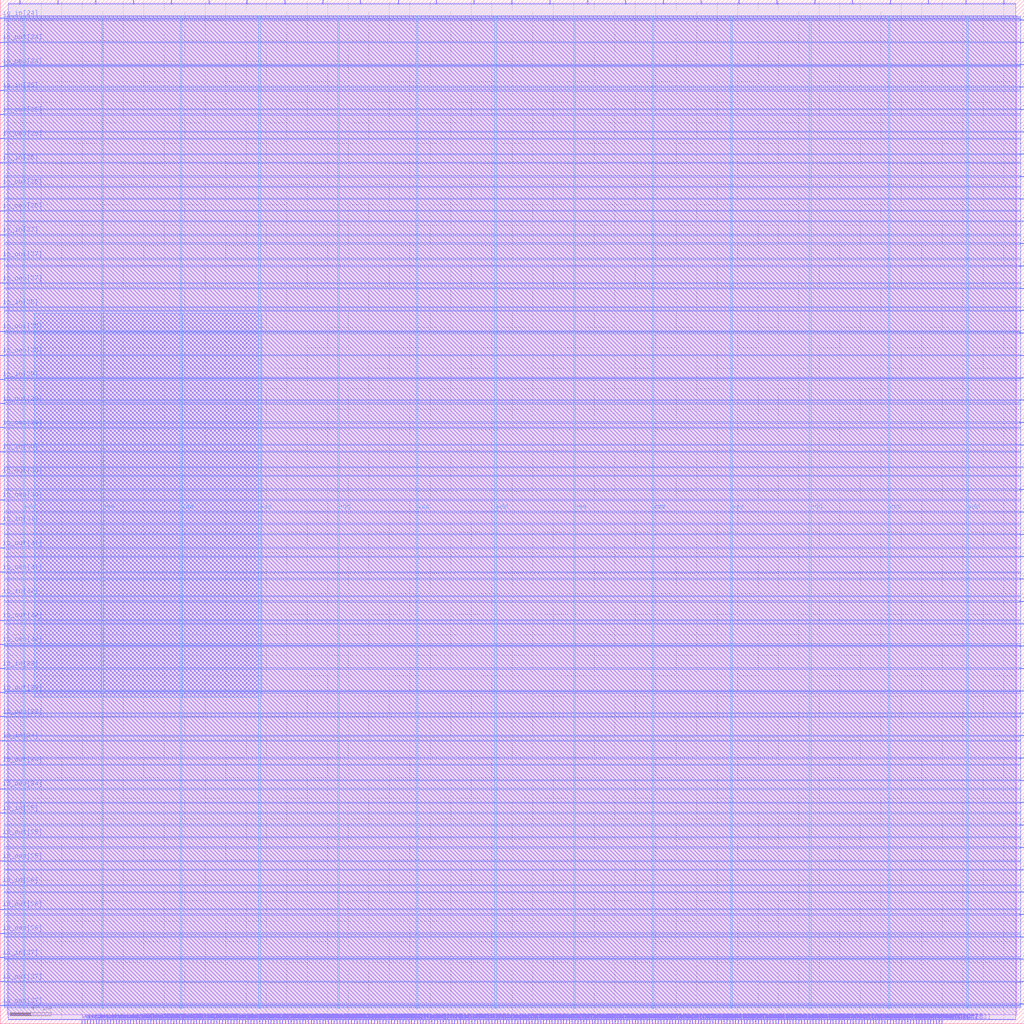
<source format=lef>
VERSION 5.7 ;
  NOWIREEXTENSIONATPIN ON ;
  DIVIDERCHAR "/" ;
  BUSBITCHARS "[]" ;
MACRO user_proj_example
  CLASS BLOCK ;
  FOREIGN user_proj_example ;
  ORIGIN 0.000 0.000 ;
  SIZE 1000.000 BY 1000.000 ;
  PIN io_in[0]
    DIRECTION INPUT ;
    USE SIGNAL ;
    PORT
      LAYER Metal3 ;
        RECT 996.000 19.040 1000.000 19.600 ;
    END
  END io_in[0]
  PIN io_in[10]
    DIRECTION INPUT ;
    USE SIGNAL ;
    PORT
      LAYER Metal3 ;
        RECT 996.000 674.240 1000.000 674.800 ;
    END
  END io_in[10]
  PIN io_in[11]
    DIRECTION INPUT ;
    USE SIGNAL ;
    PORT
      LAYER Metal3 ;
        RECT 996.000 739.760 1000.000 740.320 ;
    END
  END io_in[11]
  PIN io_in[12]
    DIRECTION INPUT ;
    USE SIGNAL ;
    PORT
      LAYER Metal3 ;
        RECT 996.000 805.280 1000.000 805.840 ;
    END
  END io_in[12]
  PIN io_in[13]
    DIRECTION INPUT ;
    USE SIGNAL ;
    PORT
      LAYER Metal3 ;
        RECT 996.000 870.800 1000.000 871.360 ;
    END
  END io_in[13]
  PIN io_in[14]
    DIRECTION INPUT ;
    USE SIGNAL ;
    PORT
      LAYER Metal3 ;
        RECT 996.000 936.320 1000.000 936.880 ;
    END
  END io_in[14]
  PIN io_in[15]
    DIRECTION INPUT ;
    USE SIGNAL ;
    PORT
      LAYER Metal2 ;
        RECT 980.000 996.000 980.560 1000.000 ;
    END
  END io_in[15]
  PIN io_in[16]
    DIRECTION INPUT ;
    USE SIGNAL ;
    PORT
      LAYER Metal2 ;
        RECT 869.120 996.000 869.680 1000.000 ;
    END
  END io_in[16]
  PIN io_in[17]
    DIRECTION INPUT ;
    USE SIGNAL ;
    PORT
      LAYER Metal2 ;
        RECT 758.240 996.000 758.800 1000.000 ;
    END
  END io_in[17]
  PIN io_in[18]
    DIRECTION INPUT ;
    USE SIGNAL ;
    PORT
      LAYER Metal2 ;
        RECT 647.360 996.000 647.920 1000.000 ;
    END
  END io_in[18]
  PIN io_in[19]
    DIRECTION INPUT ;
    USE SIGNAL ;
    PORT
      LAYER Metal2 ;
        RECT 536.480 996.000 537.040 1000.000 ;
    END
  END io_in[19]
  PIN io_in[1]
    DIRECTION INPUT ;
    USE SIGNAL ;
    PORT
      LAYER Metal3 ;
        RECT 996.000 84.560 1000.000 85.120 ;
    END
  END io_in[1]
  PIN io_in[20]
    DIRECTION INPUT ;
    USE SIGNAL ;
    PORT
      LAYER Metal2 ;
        RECT 425.600 996.000 426.160 1000.000 ;
    END
  END io_in[20]
  PIN io_in[21]
    DIRECTION INPUT ;
    USE SIGNAL ;
    PORT
      LAYER Metal2 ;
        RECT 314.720 996.000 315.280 1000.000 ;
    END
  END io_in[21]
  PIN io_in[22]
    DIRECTION INPUT ;
    USE SIGNAL ;
    PORT
      LAYER Metal2 ;
        RECT 203.840 996.000 204.400 1000.000 ;
    END
  END io_in[22]
  PIN io_in[23]
    DIRECTION INPUT ;
    USE SIGNAL ;
    PORT
      LAYER Metal2 ;
        RECT 92.960 996.000 93.520 1000.000 ;
    END
  END io_in[23]
  PIN io_in[24]
    DIRECTION INPUT ;
    USE SIGNAL ;
    PORT
      LAYER Metal3 ;
        RECT 0.000 981.680 4.000 982.240 ;
    END
  END io_in[24]
  PIN io_in[25]
    DIRECTION INPUT ;
    USE SIGNAL ;
    PORT
      LAYER Metal3 ;
        RECT 0.000 911.120 4.000 911.680 ;
    END
  END io_in[25]
  PIN io_in[26]
    DIRECTION INPUT ;
    USE SIGNAL ;
    PORT
      LAYER Metal3 ;
        RECT 0.000 840.560 4.000 841.120 ;
    END
  END io_in[26]
  PIN io_in[27]
    DIRECTION INPUT ;
    USE SIGNAL ;
    PORT
      LAYER Metal3 ;
        RECT 0.000 770.000 4.000 770.560 ;
    END
  END io_in[27]
  PIN io_in[28]
    DIRECTION INPUT ;
    USE SIGNAL ;
    PORT
      LAYER Metal3 ;
        RECT 0.000 699.440 4.000 700.000 ;
    END
  END io_in[28]
  PIN io_in[29]
    DIRECTION INPUT ;
    USE SIGNAL ;
    PORT
      LAYER Metal3 ;
        RECT 0.000 628.880 4.000 629.440 ;
    END
  END io_in[29]
  PIN io_in[2]
    DIRECTION INPUT ;
    USE SIGNAL ;
    PORT
      LAYER Metal3 ;
        RECT 996.000 150.080 1000.000 150.640 ;
    END
  END io_in[2]
  PIN io_in[30]
    DIRECTION INPUT ;
    USE SIGNAL ;
    PORT
      LAYER Metal3 ;
        RECT 0.000 558.320 4.000 558.880 ;
    END
  END io_in[30]
  PIN io_in[31]
    DIRECTION INPUT ;
    USE SIGNAL ;
    PORT
      LAYER Metal3 ;
        RECT 0.000 487.760 4.000 488.320 ;
    END
  END io_in[31]
  PIN io_in[32]
    DIRECTION INPUT ;
    USE SIGNAL ;
    PORT
      LAYER Metal3 ;
        RECT 0.000 417.200 4.000 417.760 ;
    END
  END io_in[32]
  PIN io_in[33]
    DIRECTION INPUT ;
    USE SIGNAL ;
    PORT
      LAYER Metal3 ;
        RECT 0.000 346.640 4.000 347.200 ;
    END
  END io_in[33]
  PIN io_in[34]
    DIRECTION INPUT ;
    USE SIGNAL ;
    PORT
      LAYER Metal3 ;
        RECT 0.000 276.080 4.000 276.640 ;
    END
  END io_in[34]
  PIN io_in[35]
    DIRECTION INPUT ;
    USE SIGNAL ;
    PORT
      LAYER Metal3 ;
        RECT 0.000 205.520 4.000 206.080 ;
    END
  END io_in[35]
  PIN io_in[36]
    DIRECTION INPUT ;
    USE SIGNAL ;
    PORT
      LAYER Metal3 ;
        RECT 0.000 134.960 4.000 135.520 ;
    END
  END io_in[36]
  PIN io_in[37]
    DIRECTION INPUT ;
    USE SIGNAL ;
    PORT
      LAYER Metal3 ;
        RECT 0.000 64.400 4.000 64.960 ;
    END
  END io_in[37]
  PIN io_in[3]
    DIRECTION INPUT ;
    USE SIGNAL ;
    PORT
      LAYER Metal3 ;
        RECT 996.000 215.600 1000.000 216.160 ;
    END
  END io_in[3]
  PIN io_in[4]
    DIRECTION INPUT ;
    USE SIGNAL ;
    PORT
      LAYER Metal3 ;
        RECT 996.000 281.120 1000.000 281.680 ;
    END
  END io_in[4]
  PIN io_in[5]
    DIRECTION INPUT ;
    USE SIGNAL ;
    PORT
      LAYER Metal3 ;
        RECT 996.000 346.640 1000.000 347.200 ;
    END
  END io_in[5]
  PIN io_in[6]
    DIRECTION INPUT ;
    USE SIGNAL ;
    PORT
      LAYER Metal3 ;
        RECT 996.000 412.160 1000.000 412.720 ;
    END
  END io_in[6]
  PIN io_in[7]
    DIRECTION INPUT ;
    USE SIGNAL ;
    PORT
      LAYER Metal3 ;
        RECT 996.000 477.680 1000.000 478.240 ;
    END
  END io_in[7]
  PIN io_in[8]
    DIRECTION INPUT ;
    USE SIGNAL ;
    PORT
      LAYER Metal3 ;
        RECT 996.000 543.200 1000.000 543.760 ;
    END
  END io_in[8]
  PIN io_in[9]
    DIRECTION INPUT ;
    USE SIGNAL ;
    PORT
      LAYER Metal3 ;
        RECT 996.000 608.720 1000.000 609.280 ;
    END
  END io_in[9]
  PIN io_oeb[0]
    DIRECTION OUTPUT TRISTATE ;
    USE SIGNAL ;
    PORT
      LAYER Metal3 ;
        RECT 996.000 62.720 1000.000 63.280 ;
    END
  END io_oeb[0]
  PIN io_oeb[10]
    DIRECTION OUTPUT TRISTATE ;
    USE SIGNAL ;
    PORT
      LAYER Metal3 ;
        RECT 996.000 717.920 1000.000 718.480 ;
    END
  END io_oeb[10]
  PIN io_oeb[11]
    DIRECTION OUTPUT TRISTATE ;
    USE SIGNAL ;
    PORT
      LAYER Metal3 ;
        RECT 996.000 783.440 1000.000 784.000 ;
    END
  END io_oeb[11]
  PIN io_oeb[12]
    DIRECTION OUTPUT TRISTATE ;
    USE SIGNAL ;
    PORT
      LAYER Metal3 ;
        RECT 996.000 848.960 1000.000 849.520 ;
    END
  END io_oeb[12]
  PIN io_oeb[13]
    DIRECTION OUTPUT TRISTATE ;
    USE SIGNAL ;
    PORT
      LAYER Metal3 ;
        RECT 996.000 914.480 1000.000 915.040 ;
    END
  END io_oeb[13]
  PIN io_oeb[14]
    DIRECTION OUTPUT TRISTATE ;
    USE SIGNAL ;
    PORT
      LAYER Metal3 ;
        RECT 996.000 980.000 1000.000 980.560 ;
    END
  END io_oeb[14]
  PIN io_oeb[15]
    DIRECTION OUTPUT TRISTATE ;
    USE SIGNAL ;
    PORT
      LAYER Metal2 ;
        RECT 906.080 996.000 906.640 1000.000 ;
    END
  END io_oeb[15]
  PIN io_oeb[16]
    DIRECTION OUTPUT TRISTATE ;
    USE SIGNAL ;
    PORT
      LAYER Metal2 ;
        RECT 795.200 996.000 795.760 1000.000 ;
    END
  END io_oeb[16]
  PIN io_oeb[17]
    DIRECTION OUTPUT TRISTATE ;
    USE SIGNAL ;
    PORT
      LAYER Metal2 ;
        RECT 684.320 996.000 684.880 1000.000 ;
    END
  END io_oeb[17]
  PIN io_oeb[18]
    DIRECTION OUTPUT TRISTATE ;
    USE SIGNAL ;
    PORT
      LAYER Metal2 ;
        RECT 573.440 996.000 574.000 1000.000 ;
    END
  END io_oeb[18]
  PIN io_oeb[19]
    DIRECTION OUTPUT TRISTATE ;
    USE SIGNAL ;
    PORT
      LAYER Metal2 ;
        RECT 462.560 996.000 463.120 1000.000 ;
    END
  END io_oeb[19]
  PIN io_oeb[1]
    DIRECTION OUTPUT TRISTATE ;
    USE SIGNAL ;
    PORT
      LAYER Metal3 ;
        RECT 996.000 128.240 1000.000 128.800 ;
    END
  END io_oeb[1]
  PIN io_oeb[20]
    DIRECTION OUTPUT TRISTATE ;
    USE SIGNAL ;
    PORT
      LAYER Metal2 ;
        RECT 351.680 996.000 352.240 1000.000 ;
    END
  END io_oeb[20]
  PIN io_oeb[21]
    DIRECTION OUTPUT TRISTATE ;
    USE SIGNAL ;
    PORT
      LAYER Metal2 ;
        RECT 240.800 996.000 241.360 1000.000 ;
    END
  END io_oeb[21]
  PIN io_oeb[22]
    DIRECTION OUTPUT TRISTATE ;
    USE SIGNAL ;
    PORT
      LAYER Metal2 ;
        RECT 129.920 996.000 130.480 1000.000 ;
    END
  END io_oeb[22]
  PIN io_oeb[23]
    DIRECTION OUTPUT TRISTATE ;
    USE SIGNAL ;
    PORT
      LAYER Metal2 ;
        RECT 19.040 996.000 19.600 1000.000 ;
    END
  END io_oeb[23]
  PIN io_oeb[24]
    DIRECTION OUTPUT TRISTATE ;
    USE SIGNAL ;
    PORT
      LAYER Metal3 ;
        RECT 0.000 934.640 4.000 935.200 ;
    END
  END io_oeb[24]
  PIN io_oeb[25]
    DIRECTION OUTPUT TRISTATE ;
    USE SIGNAL ;
    PORT
      LAYER Metal3 ;
        RECT 0.000 864.080 4.000 864.640 ;
    END
  END io_oeb[25]
  PIN io_oeb[26]
    DIRECTION OUTPUT TRISTATE ;
    USE SIGNAL ;
    PORT
      LAYER Metal3 ;
        RECT 0.000 793.520 4.000 794.080 ;
    END
  END io_oeb[26]
  PIN io_oeb[27]
    DIRECTION OUTPUT TRISTATE ;
    USE SIGNAL ;
    PORT
      LAYER Metal3 ;
        RECT 0.000 722.960 4.000 723.520 ;
    END
  END io_oeb[27]
  PIN io_oeb[28]
    DIRECTION OUTPUT TRISTATE ;
    USE SIGNAL ;
    PORT
      LAYER Metal3 ;
        RECT 0.000 652.400 4.000 652.960 ;
    END
  END io_oeb[28]
  PIN io_oeb[29]
    DIRECTION OUTPUT TRISTATE ;
    USE SIGNAL ;
    PORT
      LAYER Metal3 ;
        RECT 0.000 581.840 4.000 582.400 ;
    END
  END io_oeb[29]
  PIN io_oeb[2]
    DIRECTION OUTPUT TRISTATE ;
    USE SIGNAL ;
    PORT
      LAYER Metal3 ;
        RECT 996.000 193.760 1000.000 194.320 ;
    END
  END io_oeb[2]
  PIN io_oeb[30]
    DIRECTION OUTPUT TRISTATE ;
    USE SIGNAL ;
    PORT
      LAYER Metal3 ;
        RECT 0.000 511.280 4.000 511.840 ;
    END
  END io_oeb[30]
  PIN io_oeb[31]
    DIRECTION OUTPUT TRISTATE ;
    USE SIGNAL ;
    PORT
      LAYER Metal3 ;
        RECT 0.000 440.720 4.000 441.280 ;
    END
  END io_oeb[31]
  PIN io_oeb[32]
    DIRECTION OUTPUT TRISTATE ;
    USE SIGNAL ;
    PORT
      LAYER Metal3 ;
        RECT 0.000 370.160 4.000 370.720 ;
    END
  END io_oeb[32]
  PIN io_oeb[33]
    DIRECTION OUTPUT TRISTATE ;
    USE SIGNAL ;
    PORT
      LAYER Metal3 ;
        RECT 0.000 299.600 4.000 300.160 ;
    END
  END io_oeb[33]
  PIN io_oeb[34]
    DIRECTION OUTPUT TRISTATE ;
    USE SIGNAL ;
    PORT
      LAYER Metal3 ;
        RECT 0.000 229.040 4.000 229.600 ;
    END
  END io_oeb[34]
  PIN io_oeb[35]
    DIRECTION OUTPUT TRISTATE ;
    USE SIGNAL ;
    PORT
      LAYER Metal3 ;
        RECT 0.000 158.480 4.000 159.040 ;
    END
  END io_oeb[35]
  PIN io_oeb[36]
    DIRECTION OUTPUT TRISTATE ;
    USE SIGNAL ;
    PORT
      LAYER Metal3 ;
        RECT 0.000 87.920 4.000 88.480 ;
    END
  END io_oeb[36]
  PIN io_oeb[37]
    DIRECTION OUTPUT TRISTATE ;
    USE SIGNAL ;
    PORT
      LAYER Metal3 ;
        RECT 0.000 17.360 4.000 17.920 ;
    END
  END io_oeb[37]
  PIN io_oeb[3]
    DIRECTION OUTPUT TRISTATE ;
    USE SIGNAL ;
    PORT
      LAYER Metal3 ;
        RECT 996.000 259.280 1000.000 259.840 ;
    END
  END io_oeb[3]
  PIN io_oeb[4]
    DIRECTION OUTPUT TRISTATE ;
    USE SIGNAL ;
    PORT
      LAYER Metal3 ;
        RECT 996.000 324.800 1000.000 325.360 ;
    END
  END io_oeb[4]
  PIN io_oeb[5]
    DIRECTION OUTPUT TRISTATE ;
    USE SIGNAL ;
    PORT
      LAYER Metal3 ;
        RECT 996.000 390.320 1000.000 390.880 ;
    END
  END io_oeb[5]
  PIN io_oeb[6]
    DIRECTION OUTPUT TRISTATE ;
    USE SIGNAL ;
    PORT
      LAYER Metal3 ;
        RECT 996.000 455.840 1000.000 456.400 ;
    END
  END io_oeb[6]
  PIN io_oeb[7]
    DIRECTION OUTPUT TRISTATE ;
    USE SIGNAL ;
    PORT
      LAYER Metal3 ;
        RECT 996.000 521.360 1000.000 521.920 ;
    END
  END io_oeb[7]
  PIN io_oeb[8]
    DIRECTION OUTPUT TRISTATE ;
    USE SIGNAL ;
    PORT
      LAYER Metal3 ;
        RECT 996.000 586.880 1000.000 587.440 ;
    END
  END io_oeb[8]
  PIN io_oeb[9]
    DIRECTION OUTPUT TRISTATE ;
    USE SIGNAL ;
    PORT
      LAYER Metal3 ;
        RECT 996.000 652.400 1000.000 652.960 ;
    END
  END io_oeb[9]
  PIN io_out[0]
    DIRECTION OUTPUT TRISTATE ;
    USE SIGNAL ;
    PORT
      LAYER Metal3 ;
        RECT 996.000 40.880 1000.000 41.440 ;
    END
  END io_out[0]
  PIN io_out[10]
    DIRECTION OUTPUT TRISTATE ;
    USE SIGNAL ;
    PORT
      LAYER Metal3 ;
        RECT 996.000 696.080 1000.000 696.640 ;
    END
  END io_out[10]
  PIN io_out[11]
    DIRECTION OUTPUT TRISTATE ;
    USE SIGNAL ;
    PORT
      LAYER Metal3 ;
        RECT 996.000 761.600 1000.000 762.160 ;
    END
  END io_out[11]
  PIN io_out[12]
    DIRECTION OUTPUT TRISTATE ;
    USE SIGNAL ;
    PORT
      LAYER Metal3 ;
        RECT 996.000 827.120 1000.000 827.680 ;
    END
  END io_out[12]
  PIN io_out[13]
    DIRECTION OUTPUT TRISTATE ;
    USE SIGNAL ;
    PORT
      LAYER Metal3 ;
        RECT 996.000 892.640 1000.000 893.200 ;
    END
  END io_out[13]
  PIN io_out[14]
    DIRECTION OUTPUT TRISTATE ;
    USE SIGNAL ;
    PORT
      LAYER Metal3 ;
        RECT 996.000 958.160 1000.000 958.720 ;
    END
  END io_out[14]
  PIN io_out[15]
    DIRECTION OUTPUT TRISTATE ;
    USE SIGNAL ;
    PORT
      LAYER Metal2 ;
        RECT 943.040 996.000 943.600 1000.000 ;
    END
  END io_out[15]
  PIN io_out[16]
    DIRECTION OUTPUT TRISTATE ;
    USE SIGNAL ;
    PORT
      LAYER Metal2 ;
        RECT 832.160 996.000 832.720 1000.000 ;
    END
  END io_out[16]
  PIN io_out[17]
    DIRECTION OUTPUT TRISTATE ;
    USE SIGNAL ;
    PORT
      LAYER Metal2 ;
        RECT 721.280 996.000 721.840 1000.000 ;
    END
  END io_out[17]
  PIN io_out[18]
    DIRECTION OUTPUT TRISTATE ;
    USE SIGNAL ;
    PORT
      LAYER Metal2 ;
        RECT 610.400 996.000 610.960 1000.000 ;
    END
  END io_out[18]
  PIN io_out[19]
    DIRECTION OUTPUT TRISTATE ;
    USE SIGNAL ;
    PORT
      LAYER Metal2 ;
        RECT 499.520 996.000 500.080 1000.000 ;
    END
  END io_out[19]
  PIN io_out[1]
    DIRECTION OUTPUT TRISTATE ;
    USE SIGNAL ;
    PORT
      LAYER Metal3 ;
        RECT 996.000 106.400 1000.000 106.960 ;
    END
  END io_out[1]
  PIN io_out[20]
    DIRECTION OUTPUT TRISTATE ;
    USE SIGNAL ;
    PORT
      LAYER Metal2 ;
        RECT 388.640 996.000 389.200 1000.000 ;
    END
  END io_out[20]
  PIN io_out[21]
    DIRECTION OUTPUT TRISTATE ;
    USE SIGNAL ;
    PORT
      LAYER Metal2 ;
        RECT 277.760 996.000 278.320 1000.000 ;
    END
  END io_out[21]
  PIN io_out[22]
    DIRECTION OUTPUT TRISTATE ;
    USE SIGNAL ;
    PORT
      LAYER Metal2 ;
        RECT 166.880 996.000 167.440 1000.000 ;
    END
  END io_out[22]
  PIN io_out[23]
    DIRECTION OUTPUT TRISTATE ;
    USE SIGNAL ;
    PORT
      LAYER Metal2 ;
        RECT 56.000 996.000 56.560 1000.000 ;
    END
  END io_out[23]
  PIN io_out[24]
    DIRECTION OUTPUT TRISTATE ;
    USE SIGNAL ;
    PORT
      LAYER Metal3 ;
        RECT 0.000 958.160 4.000 958.720 ;
    END
  END io_out[24]
  PIN io_out[25]
    DIRECTION OUTPUT TRISTATE ;
    USE SIGNAL ;
    PORT
      LAYER Metal3 ;
        RECT 0.000 887.600 4.000 888.160 ;
    END
  END io_out[25]
  PIN io_out[26]
    DIRECTION OUTPUT TRISTATE ;
    USE SIGNAL ;
    PORT
      LAYER Metal3 ;
        RECT 0.000 817.040 4.000 817.600 ;
    END
  END io_out[26]
  PIN io_out[27]
    DIRECTION OUTPUT TRISTATE ;
    USE SIGNAL ;
    PORT
      LAYER Metal3 ;
        RECT 0.000 746.480 4.000 747.040 ;
    END
  END io_out[27]
  PIN io_out[28]
    DIRECTION OUTPUT TRISTATE ;
    USE SIGNAL ;
    PORT
      LAYER Metal3 ;
        RECT 0.000 675.920 4.000 676.480 ;
    END
  END io_out[28]
  PIN io_out[29]
    DIRECTION OUTPUT TRISTATE ;
    USE SIGNAL ;
    PORT
      LAYER Metal3 ;
        RECT 0.000 605.360 4.000 605.920 ;
    END
  END io_out[29]
  PIN io_out[2]
    DIRECTION OUTPUT TRISTATE ;
    USE SIGNAL ;
    PORT
      LAYER Metal3 ;
        RECT 996.000 171.920 1000.000 172.480 ;
    END
  END io_out[2]
  PIN io_out[30]
    DIRECTION OUTPUT TRISTATE ;
    USE SIGNAL ;
    PORT
      LAYER Metal3 ;
        RECT 0.000 534.800 4.000 535.360 ;
    END
  END io_out[30]
  PIN io_out[31]
    DIRECTION OUTPUT TRISTATE ;
    USE SIGNAL ;
    PORT
      LAYER Metal3 ;
        RECT 0.000 464.240 4.000 464.800 ;
    END
  END io_out[31]
  PIN io_out[32]
    DIRECTION OUTPUT TRISTATE ;
    USE SIGNAL ;
    PORT
      LAYER Metal3 ;
        RECT 0.000 393.680 4.000 394.240 ;
    END
  END io_out[32]
  PIN io_out[33]
    DIRECTION OUTPUT TRISTATE ;
    USE SIGNAL ;
    PORT
      LAYER Metal3 ;
        RECT 0.000 323.120 4.000 323.680 ;
    END
  END io_out[33]
  PIN io_out[34]
    DIRECTION OUTPUT TRISTATE ;
    USE SIGNAL ;
    PORT
      LAYER Metal3 ;
        RECT 0.000 252.560 4.000 253.120 ;
    END
  END io_out[34]
  PIN io_out[35]
    DIRECTION OUTPUT TRISTATE ;
    USE SIGNAL ;
    PORT
      LAYER Metal3 ;
        RECT 0.000 182.000 4.000 182.560 ;
    END
  END io_out[35]
  PIN io_out[36]
    DIRECTION OUTPUT TRISTATE ;
    USE SIGNAL ;
    PORT
      LAYER Metal3 ;
        RECT 0.000 111.440 4.000 112.000 ;
    END
  END io_out[36]
  PIN io_out[37]
    DIRECTION OUTPUT TRISTATE ;
    USE SIGNAL ;
    PORT
      LAYER Metal3 ;
        RECT 0.000 40.880 4.000 41.440 ;
    END
  END io_out[37]
  PIN io_out[3]
    DIRECTION OUTPUT TRISTATE ;
    USE SIGNAL ;
    PORT
      LAYER Metal3 ;
        RECT 996.000 237.440 1000.000 238.000 ;
    END
  END io_out[3]
  PIN io_out[4]
    DIRECTION OUTPUT TRISTATE ;
    USE SIGNAL ;
    PORT
      LAYER Metal3 ;
        RECT 996.000 302.960 1000.000 303.520 ;
    END
  END io_out[4]
  PIN io_out[5]
    DIRECTION OUTPUT TRISTATE ;
    USE SIGNAL ;
    PORT
      LAYER Metal3 ;
        RECT 996.000 368.480 1000.000 369.040 ;
    END
  END io_out[5]
  PIN io_out[6]
    DIRECTION OUTPUT TRISTATE ;
    USE SIGNAL ;
    PORT
      LAYER Metal3 ;
        RECT 996.000 434.000 1000.000 434.560 ;
    END
  END io_out[6]
  PIN io_out[7]
    DIRECTION OUTPUT TRISTATE ;
    USE SIGNAL ;
    PORT
      LAYER Metal3 ;
        RECT 996.000 499.520 1000.000 500.080 ;
    END
  END io_out[7]
  PIN io_out[8]
    DIRECTION OUTPUT TRISTATE ;
    USE SIGNAL ;
    PORT
      LAYER Metal3 ;
        RECT 996.000 565.040 1000.000 565.600 ;
    END
  END io_out[8]
  PIN io_out[9]
    DIRECTION OUTPUT TRISTATE ;
    USE SIGNAL ;
    PORT
      LAYER Metal3 ;
        RECT 996.000 630.560 1000.000 631.120 ;
    END
  END io_out[9]
  PIN irq[0]
    DIRECTION OUTPUT TRISTATE ;
    USE SIGNAL ;
    PORT
      LAYER Metal2 ;
        RECT 913.920 0.000 914.480 4.000 ;
    END
  END irq[0]
  PIN irq[1]
    DIRECTION OUTPUT TRISTATE ;
    USE SIGNAL ;
    PORT
      LAYER Metal2 ;
        RECT 916.720 0.000 917.280 4.000 ;
    END
  END irq[1]
  PIN irq[2]
    DIRECTION OUTPUT TRISTATE ;
    USE SIGNAL ;
    PORT
      LAYER Metal2 ;
        RECT 919.520 0.000 920.080 4.000 ;
    END
  END irq[2]
  PIN la_data_in[0]
    DIRECTION INPUT ;
    USE SIGNAL ;
    PORT
      LAYER Metal2 ;
        RECT 376.320 0.000 376.880 4.000 ;
    END
  END la_data_in[0]
  PIN la_data_in[10]
    DIRECTION INPUT ;
    USE SIGNAL ;
    PORT
      LAYER Metal2 ;
        RECT 460.320 0.000 460.880 4.000 ;
    END
  END la_data_in[10]
  PIN la_data_in[11]
    DIRECTION INPUT ;
    USE SIGNAL ;
    PORT
      LAYER Metal2 ;
        RECT 468.720 0.000 469.280 4.000 ;
    END
  END la_data_in[11]
  PIN la_data_in[12]
    DIRECTION INPUT ;
    USE SIGNAL ;
    PORT
      LAYER Metal2 ;
        RECT 477.120 0.000 477.680 4.000 ;
    END
  END la_data_in[12]
  PIN la_data_in[13]
    DIRECTION INPUT ;
    USE SIGNAL ;
    PORT
      LAYER Metal2 ;
        RECT 485.520 0.000 486.080 4.000 ;
    END
  END la_data_in[13]
  PIN la_data_in[14]
    DIRECTION INPUT ;
    USE SIGNAL ;
    PORT
      LAYER Metal2 ;
        RECT 493.920 0.000 494.480 4.000 ;
    END
  END la_data_in[14]
  PIN la_data_in[15]
    DIRECTION INPUT ;
    USE SIGNAL ;
    PORT
      LAYER Metal2 ;
        RECT 502.320 0.000 502.880 4.000 ;
    END
  END la_data_in[15]
  PIN la_data_in[16]
    DIRECTION INPUT ;
    USE SIGNAL ;
    PORT
      LAYER Metal2 ;
        RECT 510.720 0.000 511.280 4.000 ;
    END
  END la_data_in[16]
  PIN la_data_in[17]
    DIRECTION INPUT ;
    USE SIGNAL ;
    PORT
      LAYER Metal2 ;
        RECT 519.120 0.000 519.680 4.000 ;
    END
  END la_data_in[17]
  PIN la_data_in[18]
    DIRECTION INPUT ;
    USE SIGNAL ;
    PORT
      LAYER Metal2 ;
        RECT 527.520 0.000 528.080 4.000 ;
    END
  END la_data_in[18]
  PIN la_data_in[19]
    DIRECTION INPUT ;
    USE SIGNAL ;
    PORT
      LAYER Metal2 ;
        RECT 535.920 0.000 536.480 4.000 ;
    END
  END la_data_in[19]
  PIN la_data_in[1]
    DIRECTION INPUT ;
    USE SIGNAL ;
    PORT
      LAYER Metal2 ;
        RECT 384.720 0.000 385.280 4.000 ;
    END
  END la_data_in[1]
  PIN la_data_in[20]
    DIRECTION INPUT ;
    USE SIGNAL ;
    PORT
      LAYER Metal2 ;
        RECT 544.320 0.000 544.880 4.000 ;
    END
  END la_data_in[20]
  PIN la_data_in[21]
    DIRECTION INPUT ;
    USE SIGNAL ;
    PORT
      LAYER Metal2 ;
        RECT 552.720 0.000 553.280 4.000 ;
    END
  END la_data_in[21]
  PIN la_data_in[22]
    DIRECTION INPUT ;
    USE SIGNAL ;
    PORT
      LAYER Metal2 ;
        RECT 561.120 0.000 561.680 4.000 ;
    END
  END la_data_in[22]
  PIN la_data_in[23]
    DIRECTION INPUT ;
    USE SIGNAL ;
    PORT
      LAYER Metal2 ;
        RECT 569.520 0.000 570.080 4.000 ;
    END
  END la_data_in[23]
  PIN la_data_in[24]
    DIRECTION INPUT ;
    USE SIGNAL ;
    PORT
      LAYER Metal2 ;
        RECT 577.920 0.000 578.480 4.000 ;
    END
  END la_data_in[24]
  PIN la_data_in[25]
    DIRECTION INPUT ;
    USE SIGNAL ;
    PORT
      LAYER Metal2 ;
        RECT 586.320 0.000 586.880 4.000 ;
    END
  END la_data_in[25]
  PIN la_data_in[26]
    DIRECTION INPUT ;
    USE SIGNAL ;
    PORT
      LAYER Metal2 ;
        RECT 594.720 0.000 595.280 4.000 ;
    END
  END la_data_in[26]
  PIN la_data_in[27]
    DIRECTION INPUT ;
    USE SIGNAL ;
    PORT
      LAYER Metal2 ;
        RECT 603.120 0.000 603.680 4.000 ;
    END
  END la_data_in[27]
  PIN la_data_in[28]
    DIRECTION INPUT ;
    USE SIGNAL ;
    PORT
      LAYER Metal2 ;
        RECT 611.520 0.000 612.080 4.000 ;
    END
  END la_data_in[28]
  PIN la_data_in[29]
    DIRECTION INPUT ;
    USE SIGNAL ;
    PORT
      LAYER Metal2 ;
        RECT 619.920 0.000 620.480 4.000 ;
    END
  END la_data_in[29]
  PIN la_data_in[2]
    DIRECTION INPUT ;
    USE SIGNAL ;
    PORT
      LAYER Metal2 ;
        RECT 393.120 0.000 393.680 4.000 ;
    END
  END la_data_in[2]
  PIN la_data_in[30]
    DIRECTION INPUT ;
    USE SIGNAL ;
    PORT
      LAYER Metal2 ;
        RECT 628.320 0.000 628.880 4.000 ;
    END
  END la_data_in[30]
  PIN la_data_in[31]
    DIRECTION INPUT ;
    USE SIGNAL ;
    PORT
      LAYER Metal2 ;
        RECT 636.720 0.000 637.280 4.000 ;
    END
  END la_data_in[31]
  PIN la_data_in[32]
    DIRECTION INPUT ;
    USE SIGNAL ;
    PORT
      LAYER Metal2 ;
        RECT 645.120 0.000 645.680 4.000 ;
    END
  END la_data_in[32]
  PIN la_data_in[33]
    DIRECTION INPUT ;
    USE SIGNAL ;
    PORT
      LAYER Metal2 ;
        RECT 653.520 0.000 654.080 4.000 ;
    END
  END la_data_in[33]
  PIN la_data_in[34]
    DIRECTION INPUT ;
    USE SIGNAL ;
    PORT
      LAYER Metal2 ;
        RECT 661.920 0.000 662.480 4.000 ;
    END
  END la_data_in[34]
  PIN la_data_in[35]
    DIRECTION INPUT ;
    USE SIGNAL ;
    PORT
      LAYER Metal2 ;
        RECT 670.320 0.000 670.880 4.000 ;
    END
  END la_data_in[35]
  PIN la_data_in[36]
    DIRECTION INPUT ;
    USE SIGNAL ;
    PORT
      LAYER Metal2 ;
        RECT 678.720 0.000 679.280 4.000 ;
    END
  END la_data_in[36]
  PIN la_data_in[37]
    DIRECTION INPUT ;
    USE SIGNAL ;
    PORT
      LAYER Metal2 ;
        RECT 687.120 0.000 687.680 4.000 ;
    END
  END la_data_in[37]
  PIN la_data_in[38]
    DIRECTION INPUT ;
    USE SIGNAL ;
    PORT
      LAYER Metal2 ;
        RECT 695.520 0.000 696.080 4.000 ;
    END
  END la_data_in[38]
  PIN la_data_in[39]
    DIRECTION INPUT ;
    USE SIGNAL ;
    PORT
      LAYER Metal2 ;
        RECT 703.920 0.000 704.480 4.000 ;
    END
  END la_data_in[39]
  PIN la_data_in[3]
    DIRECTION INPUT ;
    USE SIGNAL ;
    PORT
      LAYER Metal2 ;
        RECT 401.520 0.000 402.080 4.000 ;
    END
  END la_data_in[3]
  PIN la_data_in[40]
    DIRECTION INPUT ;
    USE SIGNAL ;
    PORT
      LAYER Metal2 ;
        RECT 712.320 0.000 712.880 4.000 ;
    END
  END la_data_in[40]
  PIN la_data_in[41]
    DIRECTION INPUT ;
    USE SIGNAL ;
    PORT
      LAYER Metal2 ;
        RECT 720.720 0.000 721.280 4.000 ;
    END
  END la_data_in[41]
  PIN la_data_in[42]
    DIRECTION INPUT ;
    USE SIGNAL ;
    PORT
      LAYER Metal2 ;
        RECT 729.120 0.000 729.680 4.000 ;
    END
  END la_data_in[42]
  PIN la_data_in[43]
    DIRECTION INPUT ;
    USE SIGNAL ;
    PORT
      LAYER Metal2 ;
        RECT 737.520 0.000 738.080 4.000 ;
    END
  END la_data_in[43]
  PIN la_data_in[44]
    DIRECTION INPUT ;
    USE SIGNAL ;
    PORT
      LAYER Metal2 ;
        RECT 745.920 0.000 746.480 4.000 ;
    END
  END la_data_in[44]
  PIN la_data_in[45]
    DIRECTION INPUT ;
    USE SIGNAL ;
    PORT
      LAYER Metal2 ;
        RECT 754.320 0.000 754.880 4.000 ;
    END
  END la_data_in[45]
  PIN la_data_in[46]
    DIRECTION INPUT ;
    USE SIGNAL ;
    PORT
      LAYER Metal2 ;
        RECT 762.720 0.000 763.280 4.000 ;
    END
  END la_data_in[46]
  PIN la_data_in[47]
    DIRECTION INPUT ;
    USE SIGNAL ;
    PORT
      LAYER Metal2 ;
        RECT 771.120 0.000 771.680 4.000 ;
    END
  END la_data_in[47]
  PIN la_data_in[48]
    DIRECTION INPUT ;
    USE SIGNAL ;
    PORT
      LAYER Metal2 ;
        RECT 779.520 0.000 780.080 4.000 ;
    END
  END la_data_in[48]
  PIN la_data_in[49]
    DIRECTION INPUT ;
    USE SIGNAL ;
    PORT
      LAYER Metal2 ;
        RECT 787.920 0.000 788.480 4.000 ;
    END
  END la_data_in[49]
  PIN la_data_in[4]
    DIRECTION INPUT ;
    USE SIGNAL ;
    PORT
      LAYER Metal2 ;
        RECT 409.920 0.000 410.480 4.000 ;
    END
  END la_data_in[4]
  PIN la_data_in[50]
    DIRECTION INPUT ;
    USE SIGNAL ;
    PORT
      LAYER Metal2 ;
        RECT 796.320 0.000 796.880 4.000 ;
    END
  END la_data_in[50]
  PIN la_data_in[51]
    DIRECTION INPUT ;
    USE SIGNAL ;
    PORT
      LAYER Metal2 ;
        RECT 804.720 0.000 805.280 4.000 ;
    END
  END la_data_in[51]
  PIN la_data_in[52]
    DIRECTION INPUT ;
    USE SIGNAL ;
    PORT
      LAYER Metal2 ;
        RECT 813.120 0.000 813.680 4.000 ;
    END
  END la_data_in[52]
  PIN la_data_in[53]
    DIRECTION INPUT ;
    USE SIGNAL ;
    PORT
      LAYER Metal2 ;
        RECT 821.520 0.000 822.080 4.000 ;
    END
  END la_data_in[53]
  PIN la_data_in[54]
    DIRECTION INPUT ;
    USE SIGNAL ;
    PORT
      LAYER Metal2 ;
        RECT 829.920 0.000 830.480 4.000 ;
    END
  END la_data_in[54]
  PIN la_data_in[55]
    DIRECTION INPUT ;
    USE SIGNAL ;
    PORT
      LAYER Metal2 ;
        RECT 838.320 0.000 838.880 4.000 ;
    END
  END la_data_in[55]
  PIN la_data_in[56]
    DIRECTION INPUT ;
    USE SIGNAL ;
    PORT
      LAYER Metal2 ;
        RECT 846.720 0.000 847.280 4.000 ;
    END
  END la_data_in[56]
  PIN la_data_in[57]
    DIRECTION INPUT ;
    USE SIGNAL ;
    PORT
      LAYER Metal2 ;
        RECT 855.120 0.000 855.680 4.000 ;
    END
  END la_data_in[57]
  PIN la_data_in[58]
    DIRECTION INPUT ;
    USE SIGNAL ;
    PORT
      LAYER Metal2 ;
        RECT 863.520 0.000 864.080 4.000 ;
    END
  END la_data_in[58]
  PIN la_data_in[59]
    DIRECTION INPUT ;
    USE SIGNAL ;
    PORT
      LAYER Metal2 ;
        RECT 871.920 0.000 872.480 4.000 ;
    END
  END la_data_in[59]
  PIN la_data_in[5]
    DIRECTION INPUT ;
    USE SIGNAL ;
    PORT
      LAYER Metal2 ;
        RECT 418.320 0.000 418.880 4.000 ;
    END
  END la_data_in[5]
  PIN la_data_in[60]
    DIRECTION INPUT ;
    USE SIGNAL ;
    PORT
      LAYER Metal2 ;
        RECT 880.320 0.000 880.880 4.000 ;
    END
  END la_data_in[60]
  PIN la_data_in[61]
    DIRECTION INPUT ;
    USE SIGNAL ;
    PORT
      LAYER Metal2 ;
        RECT 888.720 0.000 889.280 4.000 ;
    END
  END la_data_in[61]
  PIN la_data_in[62]
    DIRECTION INPUT ;
    USE SIGNAL ;
    PORT
      LAYER Metal2 ;
        RECT 897.120 0.000 897.680 4.000 ;
    END
  END la_data_in[62]
  PIN la_data_in[63]
    DIRECTION INPUT ;
    USE SIGNAL ;
    PORT
      LAYER Metal2 ;
        RECT 905.520 0.000 906.080 4.000 ;
    END
  END la_data_in[63]
  PIN la_data_in[6]
    DIRECTION INPUT ;
    USE SIGNAL ;
    PORT
      LAYER Metal2 ;
        RECT 426.720 0.000 427.280 4.000 ;
    END
  END la_data_in[6]
  PIN la_data_in[7]
    DIRECTION INPUT ;
    USE SIGNAL ;
    PORT
      LAYER Metal2 ;
        RECT 435.120 0.000 435.680 4.000 ;
    END
  END la_data_in[7]
  PIN la_data_in[8]
    DIRECTION INPUT ;
    USE SIGNAL ;
    PORT
      LAYER Metal2 ;
        RECT 443.520 0.000 444.080 4.000 ;
    END
  END la_data_in[8]
  PIN la_data_in[9]
    DIRECTION INPUT ;
    USE SIGNAL ;
    PORT
      LAYER Metal2 ;
        RECT 451.920 0.000 452.480 4.000 ;
    END
  END la_data_in[9]
  PIN la_data_out[0]
    DIRECTION OUTPUT TRISTATE ;
    USE SIGNAL ;
    PORT
      LAYER Metal2 ;
        RECT 379.120 0.000 379.680 4.000 ;
    END
  END la_data_out[0]
  PIN la_data_out[10]
    DIRECTION OUTPUT TRISTATE ;
    USE SIGNAL ;
    PORT
      LAYER Metal2 ;
        RECT 463.120 0.000 463.680 4.000 ;
    END
  END la_data_out[10]
  PIN la_data_out[11]
    DIRECTION OUTPUT TRISTATE ;
    USE SIGNAL ;
    PORT
      LAYER Metal2 ;
        RECT 471.520 0.000 472.080 4.000 ;
    END
  END la_data_out[11]
  PIN la_data_out[12]
    DIRECTION OUTPUT TRISTATE ;
    USE SIGNAL ;
    PORT
      LAYER Metal2 ;
        RECT 479.920 0.000 480.480 4.000 ;
    END
  END la_data_out[12]
  PIN la_data_out[13]
    DIRECTION OUTPUT TRISTATE ;
    USE SIGNAL ;
    PORT
      LAYER Metal2 ;
        RECT 488.320 0.000 488.880 4.000 ;
    END
  END la_data_out[13]
  PIN la_data_out[14]
    DIRECTION OUTPUT TRISTATE ;
    USE SIGNAL ;
    PORT
      LAYER Metal2 ;
        RECT 496.720 0.000 497.280 4.000 ;
    END
  END la_data_out[14]
  PIN la_data_out[15]
    DIRECTION OUTPUT TRISTATE ;
    USE SIGNAL ;
    PORT
      LAYER Metal2 ;
        RECT 505.120 0.000 505.680 4.000 ;
    END
  END la_data_out[15]
  PIN la_data_out[16]
    DIRECTION OUTPUT TRISTATE ;
    USE SIGNAL ;
    PORT
      LAYER Metal2 ;
        RECT 513.520 0.000 514.080 4.000 ;
    END
  END la_data_out[16]
  PIN la_data_out[17]
    DIRECTION OUTPUT TRISTATE ;
    USE SIGNAL ;
    PORT
      LAYER Metal2 ;
        RECT 521.920 0.000 522.480 4.000 ;
    END
  END la_data_out[17]
  PIN la_data_out[18]
    DIRECTION OUTPUT TRISTATE ;
    USE SIGNAL ;
    PORT
      LAYER Metal2 ;
        RECT 530.320 0.000 530.880 4.000 ;
    END
  END la_data_out[18]
  PIN la_data_out[19]
    DIRECTION OUTPUT TRISTATE ;
    USE SIGNAL ;
    PORT
      LAYER Metal2 ;
        RECT 538.720 0.000 539.280 4.000 ;
    END
  END la_data_out[19]
  PIN la_data_out[1]
    DIRECTION OUTPUT TRISTATE ;
    USE SIGNAL ;
    PORT
      LAYER Metal2 ;
        RECT 387.520 0.000 388.080 4.000 ;
    END
  END la_data_out[1]
  PIN la_data_out[20]
    DIRECTION OUTPUT TRISTATE ;
    USE SIGNAL ;
    PORT
      LAYER Metal2 ;
        RECT 547.120 0.000 547.680 4.000 ;
    END
  END la_data_out[20]
  PIN la_data_out[21]
    DIRECTION OUTPUT TRISTATE ;
    USE SIGNAL ;
    PORT
      LAYER Metal2 ;
        RECT 555.520 0.000 556.080 4.000 ;
    END
  END la_data_out[21]
  PIN la_data_out[22]
    DIRECTION OUTPUT TRISTATE ;
    USE SIGNAL ;
    PORT
      LAYER Metal2 ;
        RECT 563.920 0.000 564.480 4.000 ;
    END
  END la_data_out[22]
  PIN la_data_out[23]
    DIRECTION OUTPUT TRISTATE ;
    USE SIGNAL ;
    PORT
      LAYER Metal2 ;
        RECT 572.320 0.000 572.880 4.000 ;
    END
  END la_data_out[23]
  PIN la_data_out[24]
    DIRECTION OUTPUT TRISTATE ;
    USE SIGNAL ;
    PORT
      LAYER Metal2 ;
        RECT 580.720 0.000 581.280 4.000 ;
    END
  END la_data_out[24]
  PIN la_data_out[25]
    DIRECTION OUTPUT TRISTATE ;
    USE SIGNAL ;
    PORT
      LAYER Metal2 ;
        RECT 589.120 0.000 589.680 4.000 ;
    END
  END la_data_out[25]
  PIN la_data_out[26]
    DIRECTION OUTPUT TRISTATE ;
    USE SIGNAL ;
    PORT
      LAYER Metal2 ;
        RECT 597.520 0.000 598.080 4.000 ;
    END
  END la_data_out[26]
  PIN la_data_out[27]
    DIRECTION OUTPUT TRISTATE ;
    USE SIGNAL ;
    PORT
      LAYER Metal2 ;
        RECT 605.920 0.000 606.480 4.000 ;
    END
  END la_data_out[27]
  PIN la_data_out[28]
    DIRECTION OUTPUT TRISTATE ;
    USE SIGNAL ;
    PORT
      LAYER Metal2 ;
        RECT 614.320 0.000 614.880 4.000 ;
    END
  END la_data_out[28]
  PIN la_data_out[29]
    DIRECTION OUTPUT TRISTATE ;
    USE SIGNAL ;
    PORT
      LAYER Metal2 ;
        RECT 622.720 0.000 623.280 4.000 ;
    END
  END la_data_out[29]
  PIN la_data_out[2]
    DIRECTION OUTPUT TRISTATE ;
    USE SIGNAL ;
    PORT
      LAYER Metal2 ;
        RECT 395.920 0.000 396.480 4.000 ;
    END
  END la_data_out[2]
  PIN la_data_out[30]
    DIRECTION OUTPUT TRISTATE ;
    USE SIGNAL ;
    PORT
      LAYER Metal2 ;
        RECT 631.120 0.000 631.680 4.000 ;
    END
  END la_data_out[30]
  PIN la_data_out[31]
    DIRECTION OUTPUT TRISTATE ;
    USE SIGNAL ;
    PORT
      LAYER Metal2 ;
        RECT 639.520 0.000 640.080 4.000 ;
    END
  END la_data_out[31]
  PIN la_data_out[32]
    DIRECTION OUTPUT TRISTATE ;
    USE SIGNAL ;
    PORT
      LAYER Metal2 ;
        RECT 647.920 0.000 648.480 4.000 ;
    END
  END la_data_out[32]
  PIN la_data_out[33]
    DIRECTION OUTPUT TRISTATE ;
    USE SIGNAL ;
    PORT
      LAYER Metal2 ;
        RECT 656.320 0.000 656.880 4.000 ;
    END
  END la_data_out[33]
  PIN la_data_out[34]
    DIRECTION OUTPUT TRISTATE ;
    USE SIGNAL ;
    PORT
      LAYER Metal2 ;
        RECT 664.720 0.000 665.280 4.000 ;
    END
  END la_data_out[34]
  PIN la_data_out[35]
    DIRECTION OUTPUT TRISTATE ;
    USE SIGNAL ;
    PORT
      LAYER Metal2 ;
        RECT 673.120 0.000 673.680 4.000 ;
    END
  END la_data_out[35]
  PIN la_data_out[36]
    DIRECTION OUTPUT TRISTATE ;
    USE SIGNAL ;
    PORT
      LAYER Metal2 ;
        RECT 681.520 0.000 682.080 4.000 ;
    END
  END la_data_out[36]
  PIN la_data_out[37]
    DIRECTION OUTPUT TRISTATE ;
    USE SIGNAL ;
    PORT
      LAYER Metal2 ;
        RECT 689.920 0.000 690.480 4.000 ;
    END
  END la_data_out[37]
  PIN la_data_out[38]
    DIRECTION OUTPUT TRISTATE ;
    USE SIGNAL ;
    PORT
      LAYER Metal2 ;
        RECT 698.320 0.000 698.880 4.000 ;
    END
  END la_data_out[38]
  PIN la_data_out[39]
    DIRECTION OUTPUT TRISTATE ;
    USE SIGNAL ;
    PORT
      LAYER Metal2 ;
        RECT 706.720 0.000 707.280 4.000 ;
    END
  END la_data_out[39]
  PIN la_data_out[3]
    DIRECTION OUTPUT TRISTATE ;
    USE SIGNAL ;
    PORT
      LAYER Metal2 ;
        RECT 404.320 0.000 404.880 4.000 ;
    END
  END la_data_out[3]
  PIN la_data_out[40]
    DIRECTION OUTPUT TRISTATE ;
    USE SIGNAL ;
    PORT
      LAYER Metal2 ;
        RECT 715.120 0.000 715.680 4.000 ;
    END
  END la_data_out[40]
  PIN la_data_out[41]
    DIRECTION OUTPUT TRISTATE ;
    USE SIGNAL ;
    PORT
      LAYER Metal2 ;
        RECT 723.520 0.000 724.080 4.000 ;
    END
  END la_data_out[41]
  PIN la_data_out[42]
    DIRECTION OUTPUT TRISTATE ;
    USE SIGNAL ;
    PORT
      LAYER Metal2 ;
        RECT 731.920 0.000 732.480 4.000 ;
    END
  END la_data_out[42]
  PIN la_data_out[43]
    DIRECTION OUTPUT TRISTATE ;
    USE SIGNAL ;
    PORT
      LAYER Metal2 ;
        RECT 740.320 0.000 740.880 4.000 ;
    END
  END la_data_out[43]
  PIN la_data_out[44]
    DIRECTION OUTPUT TRISTATE ;
    USE SIGNAL ;
    PORT
      LAYER Metal2 ;
        RECT 748.720 0.000 749.280 4.000 ;
    END
  END la_data_out[44]
  PIN la_data_out[45]
    DIRECTION OUTPUT TRISTATE ;
    USE SIGNAL ;
    PORT
      LAYER Metal2 ;
        RECT 757.120 0.000 757.680 4.000 ;
    END
  END la_data_out[45]
  PIN la_data_out[46]
    DIRECTION OUTPUT TRISTATE ;
    USE SIGNAL ;
    PORT
      LAYER Metal2 ;
        RECT 765.520 0.000 766.080 4.000 ;
    END
  END la_data_out[46]
  PIN la_data_out[47]
    DIRECTION OUTPUT TRISTATE ;
    USE SIGNAL ;
    PORT
      LAYER Metal2 ;
        RECT 773.920 0.000 774.480 4.000 ;
    END
  END la_data_out[47]
  PIN la_data_out[48]
    DIRECTION OUTPUT TRISTATE ;
    USE SIGNAL ;
    PORT
      LAYER Metal2 ;
        RECT 782.320 0.000 782.880 4.000 ;
    END
  END la_data_out[48]
  PIN la_data_out[49]
    DIRECTION OUTPUT TRISTATE ;
    USE SIGNAL ;
    PORT
      LAYER Metal2 ;
        RECT 790.720 0.000 791.280 4.000 ;
    END
  END la_data_out[49]
  PIN la_data_out[4]
    DIRECTION OUTPUT TRISTATE ;
    USE SIGNAL ;
    PORT
      LAYER Metal2 ;
        RECT 412.720 0.000 413.280 4.000 ;
    END
  END la_data_out[4]
  PIN la_data_out[50]
    DIRECTION OUTPUT TRISTATE ;
    USE SIGNAL ;
    PORT
      LAYER Metal2 ;
        RECT 799.120 0.000 799.680 4.000 ;
    END
  END la_data_out[50]
  PIN la_data_out[51]
    DIRECTION OUTPUT TRISTATE ;
    USE SIGNAL ;
    PORT
      LAYER Metal2 ;
        RECT 807.520 0.000 808.080 4.000 ;
    END
  END la_data_out[51]
  PIN la_data_out[52]
    DIRECTION OUTPUT TRISTATE ;
    USE SIGNAL ;
    PORT
      LAYER Metal2 ;
        RECT 815.920 0.000 816.480 4.000 ;
    END
  END la_data_out[52]
  PIN la_data_out[53]
    DIRECTION OUTPUT TRISTATE ;
    USE SIGNAL ;
    PORT
      LAYER Metal2 ;
        RECT 824.320 0.000 824.880 4.000 ;
    END
  END la_data_out[53]
  PIN la_data_out[54]
    DIRECTION OUTPUT TRISTATE ;
    USE SIGNAL ;
    PORT
      LAYER Metal2 ;
        RECT 832.720 0.000 833.280 4.000 ;
    END
  END la_data_out[54]
  PIN la_data_out[55]
    DIRECTION OUTPUT TRISTATE ;
    USE SIGNAL ;
    PORT
      LAYER Metal2 ;
        RECT 841.120 0.000 841.680 4.000 ;
    END
  END la_data_out[55]
  PIN la_data_out[56]
    DIRECTION OUTPUT TRISTATE ;
    USE SIGNAL ;
    PORT
      LAYER Metal2 ;
        RECT 849.520 0.000 850.080 4.000 ;
    END
  END la_data_out[56]
  PIN la_data_out[57]
    DIRECTION OUTPUT TRISTATE ;
    USE SIGNAL ;
    PORT
      LAYER Metal2 ;
        RECT 857.920 0.000 858.480 4.000 ;
    END
  END la_data_out[57]
  PIN la_data_out[58]
    DIRECTION OUTPUT TRISTATE ;
    USE SIGNAL ;
    PORT
      LAYER Metal2 ;
        RECT 866.320 0.000 866.880 4.000 ;
    END
  END la_data_out[58]
  PIN la_data_out[59]
    DIRECTION OUTPUT TRISTATE ;
    USE SIGNAL ;
    PORT
      LAYER Metal2 ;
        RECT 874.720 0.000 875.280 4.000 ;
    END
  END la_data_out[59]
  PIN la_data_out[5]
    DIRECTION OUTPUT TRISTATE ;
    USE SIGNAL ;
    PORT
      LAYER Metal2 ;
        RECT 421.120 0.000 421.680 4.000 ;
    END
  END la_data_out[5]
  PIN la_data_out[60]
    DIRECTION OUTPUT TRISTATE ;
    USE SIGNAL ;
    PORT
      LAYER Metal2 ;
        RECT 883.120 0.000 883.680 4.000 ;
    END
  END la_data_out[60]
  PIN la_data_out[61]
    DIRECTION OUTPUT TRISTATE ;
    USE SIGNAL ;
    PORT
      LAYER Metal2 ;
        RECT 891.520 0.000 892.080 4.000 ;
    END
  END la_data_out[61]
  PIN la_data_out[62]
    DIRECTION OUTPUT TRISTATE ;
    USE SIGNAL ;
    PORT
      LAYER Metal2 ;
        RECT 899.920 0.000 900.480 4.000 ;
    END
  END la_data_out[62]
  PIN la_data_out[63]
    DIRECTION OUTPUT TRISTATE ;
    USE SIGNAL ;
    PORT
      LAYER Metal2 ;
        RECT 908.320 0.000 908.880 4.000 ;
    END
  END la_data_out[63]
  PIN la_data_out[6]
    DIRECTION OUTPUT TRISTATE ;
    USE SIGNAL ;
    PORT
      LAYER Metal2 ;
        RECT 429.520 0.000 430.080 4.000 ;
    END
  END la_data_out[6]
  PIN la_data_out[7]
    DIRECTION OUTPUT TRISTATE ;
    USE SIGNAL ;
    PORT
      LAYER Metal2 ;
        RECT 437.920 0.000 438.480 4.000 ;
    END
  END la_data_out[7]
  PIN la_data_out[8]
    DIRECTION OUTPUT TRISTATE ;
    USE SIGNAL ;
    PORT
      LAYER Metal2 ;
        RECT 446.320 0.000 446.880 4.000 ;
    END
  END la_data_out[8]
  PIN la_data_out[9]
    DIRECTION OUTPUT TRISTATE ;
    USE SIGNAL ;
    PORT
      LAYER Metal2 ;
        RECT 454.720 0.000 455.280 4.000 ;
    END
  END la_data_out[9]
  PIN la_oenb[0]
    DIRECTION INPUT ;
    USE SIGNAL ;
    PORT
      LAYER Metal2 ;
        RECT 381.920 0.000 382.480 4.000 ;
    END
  END la_oenb[0]
  PIN la_oenb[10]
    DIRECTION INPUT ;
    USE SIGNAL ;
    PORT
      LAYER Metal2 ;
        RECT 465.920 0.000 466.480 4.000 ;
    END
  END la_oenb[10]
  PIN la_oenb[11]
    DIRECTION INPUT ;
    USE SIGNAL ;
    PORT
      LAYER Metal2 ;
        RECT 474.320 0.000 474.880 4.000 ;
    END
  END la_oenb[11]
  PIN la_oenb[12]
    DIRECTION INPUT ;
    USE SIGNAL ;
    PORT
      LAYER Metal2 ;
        RECT 482.720 0.000 483.280 4.000 ;
    END
  END la_oenb[12]
  PIN la_oenb[13]
    DIRECTION INPUT ;
    USE SIGNAL ;
    PORT
      LAYER Metal2 ;
        RECT 491.120 0.000 491.680 4.000 ;
    END
  END la_oenb[13]
  PIN la_oenb[14]
    DIRECTION INPUT ;
    USE SIGNAL ;
    PORT
      LAYER Metal2 ;
        RECT 499.520 0.000 500.080 4.000 ;
    END
  END la_oenb[14]
  PIN la_oenb[15]
    DIRECTION INPUT ;
    USE SIGNAL ;
    PORT
      LAYER Metal2 ;
        RECT 507.920 0.000 508.480 4.000 ;
    END
  END la_oenb[15]
  PIN la_oenb[16]
    DIRECTION INPUT ;
    USE SIGNAL ;
    PORT
      LAYER Metal2 ;
        RECT 516.320 0.000 516.880 4.000 ;
    END
  END la_oenb[16]
  PIN la_oenb[17]
    DIRECTION INPUT ;
    USE SIGNAL ;
    PORT
      LAYER Metal2 ;
        RECT 524.720 0.000 525.280 4.000 ;
    END
  END la_oenb[17]
  PIN la_oenb[18]
    DIRECTION INPUT ;
    USE SIGNAL ;
    PORT
      LAYER Metal2 ;
        RECT 533.120 0.000 533.680 4.000 ;
    END
  END la_oenb[18]
  PIN la_oenb[19]
    DIRECTION INPUT ;
    USE SIGNAL ;
    PORT
      LAYER Metal2 ;
        RECT 541.520 0.000 542.080 4.000 ;
    END
  END la_oenb[19]
  PIN la_oenb[1]
    DIRECTION INPUT ;
    USE SIGNAL ;
    PORT
      LAYER Metal2 ;
        RECT 390.320 0.000 390.880 4.000 ;
    END
  END la_oenb[1]
  PIN la_oenb[20]
    DIRECTION INPUT ;
    USE SIGNAL ;
    PORT
      LAYER Metal2 ;
        RECT 549.920 0.000 550.480 4.000 ;
    END
  END la_oenb[20]
  PIN la_oenb[21]
    DIRECTION INPUT ;
    USE SIGNAL ;
    PORT
      LAYER Metal2 ;
        RECT 558.320 0.000 558.880 4.000 ;
    END
  END la_oenb[21]
  PIN la_oenb[22]
    DIRECTION INPUT ;
    USE SIGNAL ;
    PORT
      LAYER Metal2 ;
        RECT 566.720 0.000 567.280 4.000 ;
    END
  END la_oenb[22]
  PIN la_oenb[23]
    DIRECTION INPUT ;
    USE SIGNAL ;
    PORT
      LAYER Metal2 ;
        RECT 575.120 0.000 575.680 4.000 ;
    END
  END la_oenb[23]
  PIN la_oenb[24]
    DIRECTION INPUT ;
    USE SIGNAL ;
    PORT
      LAYER Metal2 ;
        RECT 583.520 0.000 584.080 4.000 ;
    END
  END la_oenb[24]
  PIN la_oenb[25]
    DIRECTION INPUT ;
    USE SIGNAL ;
    PORT
      LAYER Metal2 ;
        RECT 591.920 0.000 592.480 4.000 ;
    END
  END la_oenb[25]
  PIN la_oenb[26]
    DIRECTION INPUT ;
    USE SIGNAL ;
    PORT
      LAYER Metal2 ;
        RECT 600.320 0.000 600.880 4.000 ;
    END
  END la_oenb[26]
  PIN la_oenb[27]
    DIRECTION INPUT ;
    USE SIGNAL ;
    PORT
      LAYER Metal2 ;
        RECT 608.720 0.000 609.280 4.000 ;
    END
  END la_oenb[27]
  PIN la_oenb[28]
    DIRECTION INPUT ;
    USE SIGNAL ;
    PORT
      LAYER Metal2 ;
        RECT 617.120 0.000 617.680 4.000 ;
    END
  END la_oenb[28]
  PIN la_oenb[29]
    DIRECTION INPUT ;
    USE SIGNAL ;
    PORT
      LAYER Metal2 ;
        RECT 625.520 0.000 626.080 4.000 ;
    END
  END la_oenb[29]
  PIN la_oenb[2]
    DIRECTION INPUT ;
    USE SIGNAL ;
    PORT
      LAYER Metal2 ;
        RECT 398.720 0.000 399.280 4.000 ;
    END
  END la_oenb[2]
  PIN la_oenb[30]
    DIRECTION INPUT ;
    USE SIGNAL ;
    PORT
      LAYER Metal2 ;
        RECT 633.920 0.000 634.480 4.000 ;
    END
  END la_oenb[30]
  PIN la_oenb[31]
    DIRECTION INPUT ;
    USE SIGNAL ;
    PORT
      LAYER Metal2 ;
        RECT 642.320 0.000 642.880 4.000 ;
    END
  END la_oenb[31]
  PIN la_oenb[32]
    DIRECTION INPUT ;
    USE SIGNAL ;
    PORT
      LAYER Metal2 ;
        RECT 650.720 0.000 651.280 4.000 ;
    END
  END la_oenb[32]
  PIN la_oenb[33]
    DIRECTION INPUT ;
    USE SIGNAL ;
    PORT
      LAYER Metal2 ;
        RECT 659.120 0.000 659.680 4.000 ;
    END
  END la_oenb[33]
  PIN la_oenb[34]
    DIRECTION INPUT ;
    USE SIGNAL ;
    PORT
      LAYER Metal2 ;
        RECT 667.520 0.000 668.080 4.000 ;
    END
  END la_oenb[34]
  PIN la_oenb[35]
    DIRECTION INPUT ;
    USE SIGNAL ;
    PORT
      LAYER Metal2 ;
        RECT 675.920 0.000 676.480 4.000 ;
    END
  END la_oenb[35]
  PIN la_oenb[36]
    DIRECTION INPUT ;
    USE SIGNAL ;
    PORT
      LAYER Metal2 ;
        RECT 684.320 0.000 684.880 4.000 ;
    END
  END la_oenb[36]
  PIN la_oenb[37]
    DIRECTION INPUT ;
    USE SIGNAL ;
    PORT
      LAYER Metal2 ;
        RECT 692.720 0.000 693.280 4.000 ;
    END
  END la_oenb[37]
  PIN la_oenb[38]
    DIRECTION INPUT ;
    USE SIGNAL ;
    PORT
      LAYER Metal2 ;
        RECT 701.120 0.000 701.680 4.000 ;
    END
  END la_oenb[38]
  PIN la_oenb[39]
    DIRECTION INPUT ;
    USE SIGNAL ;
    PORT
      LAYER Metal2 ;
        RECT 709.520 0.000 710.080 4.000 ;
    END
  END la_oenb[39]
  PIN la_oenb[3]
    DIRECTION INPUT ;
    USE SIGNAL ;
    PORT
      LAYER Metal2 ;
        RECT 407.120 0.000 407.680 4.000 ;
    END
  END la_oenb[3]
  PIN la_oenb[40]
    DIRECTION INPUT ;
    USE SIGNAL ;
    PORT
      LAYER Metal2 ;
        RECT 717.920 0.000 718.480 4.000 ;
    END
  END la_oenb[40]
  PIN la_oenb[41]
    DIRECTION INPUT ;
    USE SIGNAL ;
    PORT
      LAYER Metal2 ;
        RECT 726.320 0.000 726.880 4.000 ;
    END
  END la_oenb[41]
  PIN la_oenb[42]
    DIRECTION INPUT ;
    USE SIGNAL ;
    PORT
      LAYER Metal2 ;
        RECT 734.720 0.000 735.280 4.000 ;
    END
  END la_oenb[42]
  PIN la_oenb[43]
    DIRECTION INPUT ;
    USE SIGNAL ;
    PORT
      LAYER Metal2 ;
        RECT 743.120 0.000 743.680 4.000 ;
    END
  END la_oenb[43]
  PIN la_oenb[44]
    DIRECTION INPUT ;
    USE SIGNAL ;
    PORT
      LAYER Metal2 ;
        RECT 751.520 0.000 752.080 4.000 ;
    END
  END la_oenb[44]
  PIN la_oenb[45]
    DIRECTION INPUT ;
    USE SIGNAL ;
    PORT
      LAYER Metal2 ;
        RECT 759.920 0.000 760.480 4.000 ;
    END
  END la_oenb[45]
  PIN la_oenb[46]
    DIRECTION INPUT ;
    USE SIGNAL ;
    PORT
      LAYER Metal2 ;
        RECT 768.320 0.000 768.880 4.000 ;
    END
  END la_oenb[46]
  PIN la_oenb[47]
    DIRECTION INPUT ;
    USE SIGNAL ;
    PORT
      LAYER Metal2 ;
        RECT 776.720 0.000 777.280 4.000 ;
    END
  END la_oenb[47]
  PIN la_oenb[48]
    DIRECTION INPUT ;
    USE SIGNAL ;
    PORT
      LAYER Metal2 ;
        RECT 785.120 0.000 785.680 4.000 ;
    END
  END la_oenb[48]
  PIN la_oenb[49]
    DIRECTION INPUT ;
    USE SIGNAL ;
    PORT
      LAYER Metal2 ;
        RECT 793.520 0.000 794.080 4.000 ;
    END
  END la_oenb[49]
  PIN la_oenb[4]
    DIRECTION INPUT ;
    USE SIGNAL ;
    PORT
      LAYER Metal2 ;
        RECT 415.520 0.000 416.080 4.000 ;
    END
  END la_oenb[4]
  PIN la_oenb[50]
    DIRECTION INPUT ;
    USE SIGNAL ;
    PORT
      LAYER Metal2 ;
        RECT 801.920 0.000 802.480 4.000 ;
    END
  END la_oenb[50]
  PIN la_oenb[51]
    DIRECTION INPUT ;
    USE SIGNAL ;
    PORT
      LAYER Metal2 ;
        RECT 810.320 0.000 810.880 4.000 ;
    END
  END la_oenb[51]
  PIN la_oenb[52]
    DIRECTION INPUT ;
    USE SIGNAL ;
    PORT
      LAYER Metal2 ;
        RECT 818.720 0.000 819.280 4.000 ;
    END
  END la_oenb[52]
  PIN la_oenb[53]
    DIRECTION INPUT ;
    USE SIGNAL ;
    PORT
      LAYER Metal2 ;
        RECT 827.120 0.000 827.680 4.000 ;
    END
  END la_oenb[53]
  PIN la_oenb[54]
    DIRECTION INPUT ;
    USE SIGNAL ;
    PORT
      LAYER Metal2 ;
        RECT 835.520 0.000 836.080 4.000 ;
    END
  END la_oenb[54]
  PIN la_oenb[55]
    DIRECTION INPUT ;
    USE SIGNAL ;
    PORT
      LAYER Metal2 ;
        RECT 843.920 0.000 844.480 4.000 ;
    END
  END la_oenb[55]
  PIN la_oenb[56]
    DIRECTION INPUT ;
    USE SIGNAL ;
    PORT
      LAYER Metal2 ;
        RECT 852.320 0.000 852.880 4.000 ;
    END
  END la_oenb[56]
  PIN la_oenb[57]
    DIRECTION INPUT ;
    USE SIGNAL ;
    PORT
      LAYER Metal2 ;
        RECT 860.720 0.000 861.280 4.000 ;
    END
  END la_oenb[57]
  PIN la_oenb[58]
    DIRECTION INPUT ;
    USE SIGNAL ;
    PORT
      LAYER Metal2 ;
        RECT 869.120 0.000 869.680 4.000 ;
    END
  END la_oenb[58]
  PIN la_oenb[59]
    DIRECTION INPUT ;
    USE SIGNAL ;
    PORT
      LAYER Metal2 ;
        RECT 877.520 0.000 878.080 4.000 ;
    END
  END la_oenb[59]
  PIN la_oenb[5]
    DIRECTION INPUT ;
    USE SIGNAL ;
    PORT
      LAYER Metal2 ;
        RECT 423.920 0.000 424.480 4.000 ;
    END
  END la_oenb[5]
  PIN la_oenb[60]
    DIRECTION INPUT ;
    USE SIGNAL ;
    PORT
      LAYER Metal2 ;
        RECT 885.920 0.000 886.480 4.000 ;
    END
  END la_oenb[60]
  PIN la_oenb[61]
    DIRECTION INPUT ;
    USE SIGNAL ;
    PORT
      LAYER Metal2 ;
        RECT 894.320 0.000 894.880 4.000 ;
    END
  END la_oenb[61]
  PIN la_oenb[62]
    DIRECTION INPUT ;
    USE SIGNAL ;
    PORT
      LAYER Metal2 ;
        RECT 902.720 0.000 903.280 4.000 ;
    END
  END la_oenb[62]
  PIN la_oenb[63]
    DIRECTION INPUT ;
    USE SIGNAL ;
    PORT
      LAYER Metal2 ;
        RECT 911.120 0.000 911.680 4.000 ;
    END
  END la_oenb[63]
  PIN la_oenb[6]
    DIRECTION INPUT ;
    USE SIGNAL ;
    PORT
      LAYER Metal2 ;
        RECT 432.320 0.000 432.880 4.000 ;
    END
  END la_oenb[6]
  PIN la_oenb[7]
    DIRECTION INPUT ;
    USE SIGNAL ;
    PORT
      LAYER Metal2 ;
        RECT 440.720 0.000 441.280 4.000 ;
    END
  END la_oenb[7]
  PIN la_oenb[8]
    DIRECTION INPUT ;
    USE SIGNAL ;
    PORT
      LAYER Metal2 ;
        RECT 449.120 0.000 449.680 4.000 ;
    END
  END la_oenb[8]
  PIN la_oenb[9]
    DIRECTION INPUT ;
    USE SIGNAL ;
    PORT
      LAYER Metal2 ;
        RECT 457.520 0.000 458.080 4.000 ;
    END
  END la_oenb[9]
  PIN vdd
    DIRECTION INOUT ;
    USE POWER ;
    PORT
      LAYER Metal4 ;
        RECT 22.240 15.380 23.840 984.220 ;
    END
    PORT
      LAYER Metal4 ;
        RECT 175.840 15.380 177.440 984.220 ;
    END
    PORT
      LAYER Metal4 ;
        RECT 329.440 15.380 331.040 984.220 ;
    END
    PORT
      LAYER Metal4 ;
        RECT 483.040 15.380 484.640 984.220 ;
    END
    PORT
      LAYER Metal4 ;
        RECT 636.640 15.380 638.240 984.220 ;
    END
    PORT
      LAYER Metal4 ;
        RECT 790.240 15.380 791.840 984.220 ;
    END
    PORT
      LAYER Metal4 ;
        RECT 943.840 15.380 945.440 984.220 ;
    END
  END vdd
  PIN vss
    DIRECTION INOUT ;
    USE GROUND ;
    PORT
      LAYER Metal4 ;
        RECT 99.040 15.380 100.640 984.220 ;
    END
    PORT
      LAYER Metal4 ;
        RECT 252.640 15.380 254.240 984.220 ;
    END
    PORT
      LAYER Metal4 ;
        RECT 406.240 15.380 407.840 984.220 ;
    END
    PORT
      LAYER Metal4 ;
        RECT 559.840 15.380 561.440 984.220 ;
    END
    PORT
      LAYER Metal4 ;
        RECT 713.440 15.380 715.040 984.220 ;
    END
    PORT
      LAYER Metal4 ;
        RECT 867.040 15.380 868.640 984.220 ;
    END
  END vss
  PIN wb_clk_i
    DIRECTION INPUT ;
    USE SIGNAL ;
    PORT
      LAYER Metal2 ;
        RECT 79.520 0.000 80.080 4.000 ;
    END
  END wb_clk_i
  PIN wb_rst_i
    DIRECTION INPUT ;
    USE SIGNAL ;
    PORT
      LAYER Metal2 ;
        RECT 82.320 0.000 82.880 4.000 ;
    END
  END wb_rst_i
  PIN wbs_ack_o
    DIRECTION OUTPUT TRISTATE ;
    USE SIGNAL ;
    PORT
      LAYER Metal2 ;
        RECT 85.120 0.000 85.680 4.000 ;
    END
  END wbs_ack_o
  PIN wbs_adr_i[0]
    DIRECTION INPUT ;
    USE SIGNAL ;
    PORT
      LAYER Metal2 ;
        RECT 96.320 0.000 96.880 4.000 ;
    END
  END wbs_adr_i[0]
  PIN wbs_adr_i[10]
    DIRECTION INPUT ;
    USE SIGNAL ;
    PORT
      LAYER Metal2 ;
        RECT 191.520 0.000 192.080 4.000 ;
    END
  END wbs_adr_i[10]
  PIN wbs_adr_i[11]
    DIRECTION INPUT ;
    USE SIGNAL ;
    PORT
      LAYER Metal2 ;
        RECT 199.920 0.000 200.480 4.000 ;
    END
  END wbs_adr_i[11]
  PIN wbs_adr_i[12]
    DIRECTION INPUT ;
    USE SIGNAL ;
    PORT
      LAYER Metal2 ;
        RECT 208.320 0.000 208.880 4.000 ;
    END
  END wbs_adr_i[12]
  PIN wbs_adr_i[13]
    DIRECTION INPUT ;
    USE SIGNAL ;
    PORT
      LAYER Metal2 ;
        RECT 216.720 0.000 217.280 4.000 ;
    END
  END wbs_adr_i[13]
  PIN wbs_adr_i[14]
    DIRECTION INPUT ;
    USE SIGNAL ;
    PORT
      LAYER Metal2 ;
        RECT 225.120 0.000 225.680 4.000 ;
    END
  END wbs_adr_i[14]
  PIN wbs_adr_i[15]
    DIRECTION INPUT ;
    USE SIGNAL ;
    PORT
      LAYER Metal2 ;
        RECT 233.520 0.000 234.080 4.000 ;
    END
  END wbs_adr_i[15]
  PIN wbs_adr_i[16]
    DIRECTION INPUT ;
    USE SIGNAL ;
    PORT
      LAYER Metal2 ;
        RECT 241.920 0.000 242.480 4.000 ;
    END
  END wbs_adr_i[16]
  PIN wbs_adr_i[17]
    DIRECTION INPUT ;
    USE SIGNAL ;
    PORT
      LAYER Metal2 ;
        RECT 250.320 0.000 250.880 4.000 ;
    END
  END wbs_adr_i[17]
  PIN wbs_adr_i[18]
    DIRECTION INPUT ;
    USE SIGNAL ;
    PORT
      LAYER Metal2 ;
        RECT 258.720 0.000 259.280 4.000 ;
    END
  END wbs_adr_i[18]
  PIN wbs_adr_i[19]
    DIRECTION INPUT ;
    USE SIGNAL ;
    PORT
      LAYER Metal2 ;
        RECT 267.120 0.000 267.680 4.000 ;
    END
  END wbs_adr_i[19]
  PIN wbs_adr_i[1]
    DIRECTION INPUT ;
    USE SIGNAL ;
    PORT
      LAYER Metal2 ;
        RECT 107.520 0.000 108.080 4.000 ;
    END
  END wbs_adr_i[1]
  PIN wbs_adr_i[20]
    DIRECTION INPUT ;
    USE SIGNAL ;
    PORT
      LAYER Metal2 ;
        RECT 275.520 0.000 276.080 4.000 ;
    END
  END wbs_adr_i[20]
  PIN wbs_adr_i[21]
    DIRECTION INPUT ;
    USE SIGNAL ;
    PORT
      LAYER Metal2 ;
        RECT 283.920 0.000 284.480 4.000 ;
    END
  END wbs_adr_i[21]
  PIN wbs_adr_i[22]
    DIRECTION INPUT ;
    USE SIGNAL ;
    PORT
      LAYER Metal2 ;
        RECT 292.320 0.000 292.880 4.000 ;
    END
  END wbs_adr_i[22]
  PIN wbs_adr_i[23]
    DIRECTION INPUT ;
    USE SIGNAL ;
    PORT
      LAYER Metal2 ;
        RECT 300.720 0.000 301.280 4.000 ;
    END
  END wbs_adr_i[23]
  PIN wbs_adr_i[24]
    DIRECTION INPUT ;
    USE SIGNAL ;
    PORT
      LAYER Metal2 ;
        RECT 309.120 0.000 309.680 4.000 ;
    END
  END wbs_adr_i[24]
  PIN wbs_adr_i[25]
    DIRECTION INPUT ;
    USE SIGNAL ;
    PORT
      LAYER Metal2 ;
        RECT 317.520 0.000 318.080 4.000 ;
    END
  END wbs_adr_i[25]
  PIN wbs_adr_i[26]
    DIRECTION INPUT ;
    USE SIGNAL ;
    PORT
      LAYER Metal2 ;
        RECT 325.920 0.000 326.480 4.000 ;
    END
  END wbs_adr_i[26]
  PIN wbs_adr_i[27]
    DIRECTION INPUT ;
    USE SIGNAL ;
    PORT
      LAYER Metal2 ;
        RECT 334.320 0.000 334.880 4.000 ;
    END
  END wbs_adr_i[27]
  PIN wbs_adr_i[28]
    DIRECTION INPUT ;
    USE SIGNAL ;
    PORT
      LAYER Metal2 ;
        RECT 342.720 0.000 343.280 4.000 ;
    END
  END wbs_adr_i[28]
  PIN wbs_adr_i[29]
    DIRECTION INPUT ;
    USE SIGNAL ;
    PORT
      LAYER Metal2 ;
        RECT 351.120 0.000 351.680 4.000 ;
    END
  END wbs_adr_i[29]
  PIN wbs_adr_i[2]
    DIRECTION INPUT ;
    USE SIGNAL ;
    PORT
      LAYER Metal2 ;
        RECT 118.720 0.000 119.280 4.000 ;
    END
  END wbs_adr_i[2]
  PIN wbs_adr_i[30]
    DIRECTION INPUT ;
    USE SIGNAL ;
    PORT
      LAYER Metal2 ;
        RECT 359.520 0.000 360.080 4.000 ;
    END
  END wbs_adr_i[30]
  PIN wbs_adr_i[31]
    DIRECTION INPUT ;
    USE SIGNAL ;
    PORT
      LAYER Metal2 ;
        RECT 367.920 0.000 368.480 4.000 ;
    END
  END wbs_adr_i[31]
  PIN wbs_adr_i[3]
    DIRECTION INPUT ;
    USE SIGNAL ;
    PORT
      LAYER Metal2 ;
        RECT 129.920 0.000 130.480 4.000 ;
    END
  END wbs_adr_i[3]
  PIN wbs_adr_i[4]
    DIRECTION INPUT ;
    USE SIGNAL ;
    PORT
      LAYER Metal2 ;
        RECT 141.120 0.000 141.680 4.000 ;
    END
  END wbs_adr_i[4]
  PIN wbs_adr_i[5]
    DIRECTION INPUT ;
    USE SIGNAL ;
    PORT
      LAYER Metal2 ;
        RECT 149.520 0.000 150.080 4.000 ;
    END
  END wbs_adr_i[5]
  PIN wbs_adr_i[6]
    DIRECTION INPUT ;
    USE SIGNAL ;
    PORT
      LAYER Metal2 ;
        RECT 157.920 0.000 158.480 4.000 ;
    END
  END wbs_adr_i[6]
  PIN wbs_adr_i[7]
    DIRECTION INPUT ;
    USE SIGNAL ;
    PORT
      LAYER Metal2 ;
        RECT 166.320 0.000 166.880 4.000 ;
    END
  END wbs_adr_i[7]
  PIN wbs_adr_i[8]
    DIRECTION INPUT ;
    USE SIGNAL ;
    PORT
      LAYER Metal2 ;
        RECT 174.720 0.000 175.280 4.000 ;
    END
  END wbs_adr_i[8]
  PIN wbs_adr_i[9]
    DIRECTION INPUT ;
    USE SIGNAL ;
    PORT
      LAYER Metal2 ;
        RECT 183.120 0.000 183.680 4.000 ;
    END
  END wbs_adr_i[9]
  PIN wbs_cyc_i
    DIRECTION INPUT ;
    USE SIGNAL ;
    PORT
      LAYER Metal2 ;
        RECT 87.920 0.000 88.480 4.000 ;
    END
  END wbs_cyc_i
  PIN wbs_dat_i[0]
    DIRECTION INPUT ;
    USE SIGNAL ;
    PORT
      LAYER Metal2 ;
        RECT 99.120 0.000 99.680 4.000 ;
    END
  END wbs_dat_i[0]
  PIN wbs_dat_i[10]
    DIRECTION INPUT ;
    USE SIGNAL ;
    PORT
      LAYER Metal2 ;
        RECT 194.320 0.000 194.880 4.000 ;
    END
  END wbs_dat_i[10]
  PIN wbs_dat_i[11]
    DIRECTION INPUT ;
    USE SIGNAL ;
    PORT
      LAYER Metal2 ;
        RECT 202.720 0.000 203.280 4.000 ;
    END
  END wbs_dat_i[11]
  PIN wbs_dat_i[12]
    DIRECTION INPUT ;
    USE SIGNAL ;
    PORT
      LAYER Metal2 ;
        RECT 211.120 0.000 211.680 4.000 ;
    END
  END wbs_dat_i[12]
  PIN wbs_dat_i[13]
    DIRECTION INPUT ;
    USE SIGNAL ;
    PORT
      LAYER Metal2 ;
        RECT 219.520 0.000 220.080 4.000 ;
    END
  END wbs_dat_i[13]
  PIN wbs_dat_i[14]
    DIRECTION INPUT ;
    USE SIGNAL ;
    PORT
      LAYER Metal2 ;
        RECT 227.920 0.000 228.480 4.000 ;
    END
  END wbs_dat_i[14]
  PIN wbs_dat_i[15]
    DIRECTION INPUT ;
    USE SIGNAL ;
    PORT
      LAYER Metal2 ;
        RECT 236.320 0.000 236.880 4.000 ;
    END
  END wbs_dat_i[15]
  PIN wbs_dat_i[16]
    DIRECTION INPUT ;
    USE SIGNAL ;
    PORT
      LAYER Metal2 ;
        RECT 244.720 0.000 245.280 4.000 ;
    END
  END wbs_dat_i[16]
  PIN wbs_dat_i[17]
    DIRECTION INPUT ;
    USE SIGNAL ;
    PORT
      LAYER Metal2 ;
        RECT 253.120 0.000 253.680 4.000 ;
    END
  END wbs_dat_i[17]
  PIN wbs_dat_i[18]
    DIRECTION INPUT ;
    USE SIGNAL ;
    PORT
      LAYER Metal2 ;
        RECT 261.520 0.000 262.080 4.000 ;
    END
  END wbs_dat_i[18]
  PIN wbs_dat_i[19]
    DIRECTION INPUT ;
    USE SIGNAL ;
    PORT
      LAYER Metal2 ;
        RECT 269.920 0.000 270.480 4.000 ;
    END
  END wbs_dat_i[19]
  PIN wbs_dat_i[1]
    DIRECTION INPUT ;
    USE SIGNAL ;
    PORT
      LAYER Metal2 ;
        RECT 110.320 0.000 110.880 4.000 ;
    END
  END wbs_dat_i[1]
  PIN wbs_dat_i[20]
    DIRECTION INPUT ;
    USE SIGNAL ;
    PORT
      LAYER Metal2 ;
        RECT 278.320 0.000 278.880 4.000 ;
    END
  END wbs_dat_i[20]
  PIN wbs_dat_i[21]
    DIRECTION INPUT ;
    USE SIGNAL ;
    PORT
      LAYER Metal2 ;
        RECT 286.720 0.000 287.280 4.000 ;
    END
  END wbs_dat_i[21]
  PIN wbs_dat_i[22]
    DIRECTION INPUT ;
    USE SIGNAL ;
    PORT
      LAYER Metal2 ;
        RECT 295.120 0.000 295.680 4.000 ;
    END
  END wbs_dat_i[22]
  PIN wbs_dat_i[23]
    DIRECTION INPUT ;
    USE SIGNAL ;
    PORT
      LAYER Metal2 ;
        RECT 303.520 0.000 304.080 4.000 ;
    END
  END wbs_dat_i[23]
  PIN wbs_dat_i[24]
    DIRECTION INPUT ;
    USE SIGNAL ;
    PORT
      LAYER Metal2 ;
        RECT 311.920 0.000 312.480 4.000 ;
    END
  END wbs_dat_i[24]
  PIN wbs_dat_i[25]
    DIRECTION INPUT ;
    USE SIGNAL ;
    PORT
      LAYER Metal2 ;
        RECT 320.320 0.000 320.880 4.000 ;
    END
  END wbs_dat_i[25]
  PIN wbs_dat_i[26]
    DIRECTION INPUT ;
    USE SIGNAL ;
    PORT
      LAYER Metal2 ;
        RECT 328.720 0.000 329.280 4.000 ;
    END
  END wbs_dat_i[26]
  PIN wbs_dat_i[27]
    DIRECTION INPUT ;
    USE SIGNAL ;
    PORT
      LAYER Metal2 ;
        RECT 337.120 0.000 337.680 4.000 ;
    END
  END wbs_dat_i[27]
  PIN wbs_dat_i[28]
    DIRECTION INPUT ;
    USE SIGNAL ;
    PORT
      LAYER Metal2 ;
        RECT 345.520 0.000 346.080 4.000 ;
    END
  END wbs_dat_i[28]
  PIN wbs_dat_i[29]
    DIRECTION INPUT ;
    USE SIGNAL ;
    PORT
      LAYER Metal2 ;
        RECT 353.920 0.000 354.480 4.000 ;
    END
  END wbs_dat_i[29]
  PIN wbs_dat_i[2]
    DIRECTION INPUT ;
    USE SIGNAL ;
    PORT
      LAYER Metal2 ;
        RECT 121.520 0.000 122.080 4.000 ;
    END
  END wbs_dat_i[2]
  PIN wbs_dat_i[30]
    DIRECTION INPUT ;
    USE SIGNAL ;
    PORT
      LAYER Metal2 ;
        RECT 362.320 0.000 362.880 4.000 ;
    END
  END wbs_dat_i[30]
  PIN wbs_dat_i[31]
    DIRECTION INPUT ;
    USE SIGNAL ;
    PORT
      LAYER Metal2 ;
        RECT 370.720 0.000 371.280 4.000 ;
    END
  END wbs_dat_i[31]
  PIN wbs_dat_i[3]
    DIRECTION INPUT ;
    USE SIGNAL ;
    PORT
      LAYER Metal2 ;
        RECT 132.720 0.000 133.280 4.000 ;
    END
  END wbs_dat_i[3]
  PIN wbs_dat_i[4]
    DIRECTION INPUT ;
    USE SIGNAL ;
    PORT
      LAYER Metal2 ;
        RECT 143.920 0.000 144.480 4.000 ;
    END
  END wbs_dat_i[4]
  PIN wbs_dat_i[5]
    DIRECTION INPUT ;
    USE SIGNAL ;
    PORT
      LAYER Metal2 ;
        RECT 152.320 0.000 152.880 4.000 ;
    END
  END wbs_dat_i[5]
  PIN wbs_dat_i[6]
    DIRECTION INPUT ;
    USE SIGNAL ;
    PORT
      LAYER Metal2 ;
        RECT 160.720 0.000 161.280 4.000 ;
    END
  END wbs_dat_i[6]
  PIN wbs_dat_i[7]
    DIRECTION INPUT ;
    USE SIGNAL ;
    PORT
      LAYER Metal2 ;
        RECT 169.120 0.000 169.680 4.000 ;
    END
  END wbs_dat_i[7]
  PIN wbs_dat_i[8]
    DIRECTION INPUT ;
    USE SIGNAL ;
    PORT
      LAYER Metal2 ;
        RECT 177.520 0.000 178.080 4.000 ;
    END
  END wbs_dat_i[8]
  PIN wbs_dat_i[9]
    DIRECTION INPUT ;
    USE SIGNAL ;
    PORT
      LAYER Metal2 ;
        RECT 185.920 0.000 186.480 4.000 ;
    END
  END wbs_dat_i[9]
  PIN wbs_dat_o[0]
    DIRECTION OUTPUT TRISTATE ;
    USE SIGNAL ;
    PORT
      LAYER Metal2 ;
        RECT 101.920 0.000 102.480 4.000 ;
    END
  END wbs_dat_o[0]
  PIN wbs_dat_o[10]
    DIRECTION OUTPUT TRISTATE ;
    USE SIGNAL ;
    PORT
      LAYER Metal2 ;
        RECT 197.120 0.000 197.680 4.000 ;
    END
  END wbs_dat_o[10]
  PIN wbs_dat_o[11]
    DIRECTION OUTPUT TRISTATE ;
    USE SIGNAL ;
    PORT
      LAYER Metal2 ;
        RECT 205.520 0.000 206.080 4.000 ;
    END
  END wbs_dat_o[11]
  PIN wbs_dat_o[12]
    DIRECTION OUTPUT TRISTATE ;
    USE SIGNAL ;
    PORT
      LAYER Metal2 ;
        RECT 213.920 0.000 214.480 4.000 ;
    END
  END wbs_dat_o[12]
  PIN wbs_dat_o[13]
    DIRECTION OUTPUT TRISTATE ;
    USE SIGNAL ;
    PORT
      LAYER Metal2 ;
        RECT 222.320 0.000 222.880 4.000 ;
    END
  END wbs_dat_o[13]
  PIN wbs_dat_o[14]
    DIRECTION OUTPUT TRISTATE ;
    USE SIGNAL ;
    PORT
      LAYER Metal2 ;
        RECT 230.720 0.000 231.280 4.000 ;
    END
  END wbs_dat_o[14]
  PIN wbs_dat_o[15]
    DIRECTION OUTPUT TRISTATE ;
    USE SIGNAL ;
    PORT
      LAYER Metal2 ;
        RECT 239.120 0.000 239.680 4.000 ;
    END
  END wbs_dat_o[15]
  PIN wbs_dat_o[16]
    DIRECTION OUTPUT TRISTATE ;
    USE SIGNAL ;
    PORT
      LAYER Metal2 ;
        RECT 247.520 0.000 248.080 4.000 ;
    END
  END wbs_dat_o[16]
  PIN wbs_dat_o[17]
    DIRECTION OUTPUT TRISTATE ;
    USE SIGNAL ;
    PORT
      LAYER Metal2 ;
        RECT 255.920 0.000 256.480 4.000 ;
    END
  END wbs_dat_o[17]
  PIN wbs_dat_o[18]
    DIRECTION OUTPUT TRISTATE ;
    USE SIGNAL ;
    PORT
      LAYER Metal2 ;
        RECT 264.320 0.000 264.880 4.000 ;
    END
  END wbs_dat_o[18]
  PIN wbs_dat_o[19]
    DIRECTION OUTPUT TRISTATE ;
    USE SIGNAL ;
    PORT
      LAYER Metal2 ;
        RECT 272.720 0.000 273.280 4.000 ;
    END
  END wbs_dat_o[19]
  PIN wbs_dat_o[1]
    DIRECTION OUTPUT TRISTATE ;
    USE SIGNAL ;
    PORT
      LAYER Metal2 ;
        RECT 113.120 0.000 113.680 4.000 ;
    END
  END wbs_dat_o[1]
  PIN wbs_dat_o[20]
    DIRECTION OUTPUT TRISTATE ;
    USE SIGNAL ;
    PORT
      LAYER Metal2 ;
        RECT 281.120 0.000 281.680 4.000 ;
    END
  END wbs_dat_o[20]
  PIN wbs_dat_o[21]
    DIRECTION OUTPUT TRISTATE ;
    USE SIGNAL ;
    PORT
      LAYER Metal2 ;
        RECT 289.520 0.000 290.080 4.000 ;
    END
  END wbs_dat_o[21]
  PIN wbs_dat_o[22]
    DIRECTION OUTPUT TRISTATE ;
    USE SIGNAL ;
    PORT
      LAYER Metal2 ;
        RECT 297.920 0.000 298.480 4.000 ;
    END
  END wbs_dat_o[22]
  PIN wbs_dat_o[23]
    DIRECTION OUTPUT TRISTATE ;
    USE SIGNAL ;
    PORT
      LAYER Metal2 ;
        RECT 306.320 0.000 306.880 4.000 ;
    END
  END wbs_dat_o[23]
  PIN wbs_dat_o[24]
    DIRECTION OUTPUT TRISTATE ;
    USE SIGNAL ;
    PORT
      LAYER Metal2 ;
        RECT 314.720 0.000 315.280 4.000 ;
    END
  END wbs_dat_o[24]
  PIN wbs_dat_o[25]
    DIRECTION OUTPUT TRISTATE ;
    USE SIGNAL ;
    PORT
      LAYER Metal2 ;
        RECT 323.120 0.000 323.680 4.000 ;
    END
  END wbs_dat_o[25]
  PIN wbs_dat_o[26]
    DIRECTION OUTPUT TRISTATE ;
    USE SIGNAL ;
    PORT
      LAYER Metal2 ;
        RECT 331.520 0.000 332.080 4.000 ;
    END
  END wbs_dat_o[26]
  PIN wbs_dat_o[27]
    DIRECTION OUTPUT TRISTATE ;
    USE SIGNAL ;
    PORT
      LAYER Metal2 ;
        RECT 339.920 0.000 340.480 4.000 ;
    END
  END wbs_dat_o[27]
  PIN wbs_dat_o[28]
    DIRECTION OUTPUT TRISTATE ;
    USE SIGNAL ;
    PORT
      LAYER Metal2 ;
        RECT 348.320 0.000 348.880 4.000 ;
    END
  END wbs_dat_o[28]
  PIN wbs_dat_o[29]
    DIRECTION OUTPUT TRISTATE ;
    USE SIGNAL ;
    PORT
      LAYER Metal2 ;
        RECT 356.720 0.000 357.280 4.000 ;
    END
  END wbs_dat_o[29]
  PIN wbs_dat_o[2]
    DIRECTION OUTPUT TRISTATE ;
    USE SIGNAL ;
    PORT
      LAYER Metal2 ;
        RECT 124.320 0.000 124.880 4.000 ;
    END
  END wbs_dat_o[2]
  PIN wbs_dat_o[30]
    DIRECTION OUTPUT TRISTATE ;
    USE SIGNAL ;
    PORT
      LAYER Metal2 ;
        RECT 365.120 0.000 365.680 4.000 ;
    END
  END wbs_dat_o[30]
  PIN wbs_dat_o[31]
    DIRECTION OUTPUT TRISTATE ;
    USE SIGNAL ;
    PORT
      LAYER Metal2 ;
        RECT 373.520 0.000 374.080 4.000 ;
    END
  END wbs_dat_o[31]
  PIN wbs_dat_o[3]
    DIRECTION OUTPUT TRISTATE ;
    USE SIGNAL ;
    PORT
      LAYER Metal2 ;
        RECT 135.520 0.000 136.080 4.000 ;
    END
  END wbs_dat_o[3]
  PIN wbs_dat_o[4]
    DIRECTION OUTPUT TRISTATE ;
    USE SIGNAL ;
    PORT
      LAYER Metal2 ;
        RECT 146.720 0.000 147.280 4.000 ;
    END
  END wbs_dat_o[4]
  PIN wbs_dat_o[5]
    DIRECTION OUTPUT TRISTATE ;
    USE SIGNAL ;
    PORT
      LAYER Metal2 ;
        RECT 155.120 0.000 155.680 4.000 ;
    END
  END wbs_dat_o[5]
  PIN wbs_dat_o[6]
    DIRECTION OUTPUT TRISTATE ;
    USE SIGNAL ;
    PORT
      LAYER Metal2 ;
        RECT 163.520 0.000 164.080 4.000 ;
    END
  END wbs_dat_o[6]
  PIN wbs_dat_o[7]
    DIRECTION OUTPUT TRISTATE ;
    USE SIGNAL ;
    PORT
      LAYER Metal2 ;
        RECT 171.920 0.000 172.480 4.000 ;
    END
  END wbs_dat_o[7]
  PIN wbs_dat_o[8]
    DIRECTION OUTPUT TRISTATE ;
    USE SIGNAL ;
    PORT
      LAYER Metal2 ;
        RECT 180.320 0.000 180.880 4.000 ;
    END
  END wbs_dat_o[8]
  PIN wbs_dat_o[9]
    DIRECTION OUTPUT TRISTATE ;
    USE SIGNAL ;
    PORT
      LAYER Metal2 ;
        RECT 188.720 0.000 189.280 4.000 ;
    END
  END wbs_dat_o[9]
  PIN wbs_sel_i[0]
    DIRECTION INPUT ;
    USE SIGNAL ;
    PORT
      LAYER Metal2 ;
        RECT 104.720 0.000 105.280 4.000 ;
    END
  END wbs_sel_i[0]
  PIN wbs_sel_i[1]
    DIRECTION INPUT ;
    USE SIGNAL ;
    PORT
      LAYER Metal2 ;
        RECT 115.920 0.000 116.480 4.000 ;
    END
  END wbs_sel_i[1]
  PIN wbs_sel_i[2]
    DIRECTION INPUT ;
    USE SIGNAL ;
    PORT
      LAYER Metal2 ;
        RECT 127.120 0.000 127.680 4.000 ;
    END
  END wbs_sel_i[2]
  PIN wbs_sel_i[3]
    DIRECTION INPUT ;
    USE SIGNAL ;
    PORT
      LAYER Metal2 ;
        RECT 138.320 0.000 138.880 4.000 ;
    END
  END wbs_sel_i[3]
  PIN wbs_stb_i
    DIRECTION INPUT ;
    USE SIGNAL ;
    PORT
      LAYER Metal2 ;
        RECT 90.720 0.000 91.280 4.000 ;
    END
  END wbs_stb_i
  PIN wbs_we_i
    DIRECTION INPUT ;
    USE SIGNAL ;
    PORT
      LAYER Metal2 ;
        RECT 93.520 0.000 94.080 4.000 ;
    END
  END wbs_we_i
  OBS
      LAYER Metal1 ;
        RECT 6.720 8.550 992.880 984.220 ;
      LAYER Metal2 ;
        RECT 7.980 995.700 18.740 996.660 ;
        RECT 19.900 995.700 55.700 996.660 ;
        RECT 56.860 995.700 92.660 996.660 ;
        RECT 93.820 995.700 129.620 996.660 ;
        RECT 130.780 995.700 166.580 996.660 ;
        RECT 167.740 995.700 203.540 996.660 ;
        RECT 204.700 995.700 240.500 996.660 ;
        RECT 241.660 995.700 277.460 996.660 ;
        RECT 278.620 995.700 314.420 996.660 ;
        RECT 315.580 995.700 351.380 996.660 ;
        RECT 352.540 995.700 388.340 996.660 ;
        RECT 389.500 995.700 425.300 996.660 ;
        RECT 426.460 995.700 462.260 996.660 ;
        RECT 463.420 995.700 499.220 996.660 ;
        RECT 500.380 995.700 536.180 996.660 ;
        RECT 537.340 995.700 573.140 996.660 ;
        RECT 574.300 995.700 610.100 996.660 ;
        RECT 611.260 995.700 647.060 996.660 ;
        RECT 648.220 995.700 684.020 996.660 ;
        RECT 685.180 995.700 720.980 996.660 ;
        RECT 722.140 995.700 757.940 996.660 ;
        RECT 759.100 995.700 794.900 996.660 ;
        RECT 796.060 995.700 831.860 996.660 ;
        RECT 833.020 995.700 868.820 996.660 ;
        RECT 869.980 995.700 905.780 996.660 ;
        RECT 906.940 995.700 942.740 996.660 ;
        RECT 943.900 995.700 979.700 996.660 ;
        RECT 980.860 995.700 991.620 996.660 ;
        RECT 7.980 4.300 991.620 995.700 ;
        RECT 7.980 4.000 79.220 4.300 ;
        RECT 80.380 4.000 82.020 4.300 ;
        RECT 83.180 4.000 84.820 4.300 ;
        RECT 85.980 4.000 87.620 4.300 ;
        RECT 88.780 4.000 90.420 4.300 ;
        RECT 91.580 4.000 93.220 4.300 ;
        RECT 94.380 4.000 96.020 4.300 ;
        RECT 97.180 4.000 98.820 4.300 ;
        RECT 99.980 4.000 101.620 4.300 ;
        RECT 102.780 4.000 104.420 4.300 ;
        RECT 105.580 4.000 107.220 4.300 ;
        RECT 108.380 4.000 110.020 4.300 ;
        RECT 111.180 4.000 112.820 4.300 ;
        RECT 113.980 4.000 115.620 4.300 ;
        RECT 116.780 4.000 118.420 4.300 ;
        RECT 119.580 4.000 121.220 4.300 ;
        RECT 122.380 4.000 124.020 4.300 ;
        RECT 125.180 4.000 126.820 4.300 ;
        RECT 127.980 4.000 129.620 4.300 ;
        RECT 130.780 4.000 132.420 4.300 ;
        RECT 133.580 4.000 135.220 4.300 ;
        RECT 136.380 4.000 138.020 4.300 ;
        RECT 139.180 4.000 140.820 4.300 ;
        RECT 141.980 4.000 143.620 4.300 ;
        RECT 144.780 4.000 146.420 4.300 ;
        RECT 147.580 4.000 149.220 4.300 ;
        RECT 150.380 4.000 152.020 4.300 ;
        RECT 153.180 4.000 154.820 4.300 ;
        RECT 155.980 4.000 157.620 4.300 ;
        RECT 158.780 4.000 160.420 4.300 ;
        RECT 161.580 4.000 163.220 4.300 ;
        RECT 164.380 4.000 166.020 4.300 ;
        RECT 167.180 4.000 168.820 4.300 ;
        RECT 169.980 4.000 171.620 4.300 ;
        RECT 172.780 4.000 174.420 4.300 ;
        RECT 175.580 4.000 177.220 4.300 ;
        RECT 178.380 4.000 180.020 4.300 ;
        RECT 181.180 4.000 182.820 4.300 ;
        RECT 183.980 4.000 185.620 4.300 ;
        RECT 186.780 4.000 188.420 4.300 ;
        RECT 189.580 4.000 191.220 4.300 ;
        RECT 192.380 4.000 194.020 4.300 ;
        RECT 195.180 4.000 196.820 4.300 ;
        RECT 197.980 4.000 199.620 4.300 ;
        RECT 200.780 4.000 202.420 4.300 ;
        RECT 203.580 4.000 205.220 4.300 ;
        RECT 206.380 4.000 208.020 4.300 ;
        RECT 209.180 4.000 210.820 4.300 ;
        RECT 211.980 4.000 213.620 4.300 ;
        RECT 214.780 4.000 216.420 4.300 ;
        RECT 217.580 4.000 219.220 4.300 ;
        RECT 220.380 4.000 222.020 4.300 ;
        RECT 223.180 4.000 224.820 4.300 ;
        RECT 225.980 4.000 227.620 4.300 ;
        RECT 228.780 4.000 230.420 4.300 ;
        RECT 231.580 4.000 233.220 4.300 ;
        RECT 234.380 4.000 236.020 4.300 ;
        RECT 237.180 4.000 238.820 4.300 ;
        RECT 239.980 4.000 241.620 4.300 ;
        RECT 242.780 4.000 244.420 4.300 ;
        RECT 245.580 4.000 247.220 4.300 ;
        RECT 248.380 4.000 250.020 4.300 ;
        RECT 251.180 4.000 252.820 4.300 ;
        RECT 253.980 4.000 255.620 4.300 ;
        RECT 256.780 4.000 258.420 4.300 ;
        RECT 259.580 4.000 261.220 4.300 ;
        RECT 262.380 4.000 264.020 4.300 ;
        RECT 265.180 4.000 266.820 4.300 ;
        RECT 267.980 4.000 269.620 4.300 ;
        RECT 270.780 4.000 272.420 4.300 ;
        RECT 273.580 4.000 275.220 4.300 ;
        RECT 276.380 4.000 278.020 4.300 ;
        RECT 279.180 4.000 280.820 4.300 ;
        RECT 281.980 4.000 283.620 4.300 ;
        RECT 284.780 4.000 286.420 4.300 ;
        RECT 287.580 4.000 289.220 4.300 ;
        RECT 290.380 4.000 292.020 4.300 ;
        RECT 293.180 4.000 294.820 4.300 ;
        RECT 295.980 4.000 297.620 4.300 ;
        RECT 298.780 4.000 300.420 4.300 ;
        RECT 301.580 4.000 303.220 4.300 ;
        RECT 304.380 4.000 306.020 4.300 ;
        RECT 307.180 4.000 308.820 4.300 ;
        RECT 309.980 4.000 311.620 4.300 ;
        RECT 312.780 4.000 314.420 4.300 ;
        RECT 315.580 4.000 317.220 4.300 ;
        RECT 318.380 4.000 320.020 4.300 ;
        RECT 321.180 4.000 322.820 4.300 ;
        RECT 323.980 4.000 325.620 4.300 ;
        RECT 326.780 4.000 328.420 4.300 ;
        RECT 329.580 4.000 331.220 4.300 ;
        RECT 332.380 4.000 334.020 4.300 ;
        RECT 335.180 4.000 336.820 4.300 ;
        RECT 337.980 4.000 339.620 4.300 ;
        RECT 340.780 4.000 342.420 4.300 ;
        RECT 343.580 4.000 345.220 4.300 ;
        RECT 346.380 4.000 348.020 4.300 ;
        RECT 349.180 4.000 350.820 4.300 ;
        RECT 351.980 4.000 353.620 4.300 ;
        RECT 354.780 4.000 356.420 4.300 ;
        RECT 357.580 4.000 359.220 4.300 ;
        RECT 360.380 4.000 362.020 4.300 ;
        RECT 363.180 4.000 364.820 4.300 ;
        RECT 365.980 4.000 367.620 4.300 ;
        RECT 368.780 4.000 370.420 4.300 ;
        RECT 371.580 4.000 373.220 4.300 ;
        RECT 374.380 4.000 376.020 4.300 ;
        RECT 377.180 4.000 378.820 4.300 ;
        RECT 379.980 4.000 381.620 4.300 ;
        RECT 382.780 4.000 384.420 4.300 ;
        RECT 385.580 4.000 387.220 4.300 ;
        RECT 388.380 4.000 390.020 4.300 ;
        RECT 391.180 4.000 392.820 4.300 ;
        RECT 393.980 4.000 395.620 4.300 ;
        RECT 396.780 4.000 398.420 4.300 ;
        RECT 399.580 4.000 401.220 4.300 ;
        RECT 402.380 4.000 404.020 4.300 ;
        RECT 405.180 4.000 406.820 4.300 ;
        RECT 407.980 4.000 409.620 4.300 ;
        RECT 410.780 4.000 412.420 4.300 ;
        RECT 413.580 4.000 415.220 4.300 ;
        RECT 416.380 4.000 418.020 4.300 ;
        RECT 419.180 4.000 420.820 4.300 ;
        RECT 421.980 4.000 423.620 4.300 ;
        RECT 424.780 4.000 426.420 4.300 ;
        RECT 427.580 4.000 429.220 4.300 ;
        RECT 430.380 4.000 432.020 4.300 ;
        RECT 433.180 4.000 434.820 4.300 ;
        RECT 435.980 4.000 437.620 4.300 ;
        RECT 438.780 4.000 440.420 4.300 ;
        RECT 441.580 4.000 443.220 4.300 ;
        RECT 444.380 4.000 446.020 4.300 ;
        RECT 447.180 4.000 448.820 4.300 ;
        RECT 449.980 4.000 451.620 4.300 ;
        RECT 452.780 4.000 454.420 4.300 ;
        RECT 455.580 4.000 457.220 4.300 ;
        RECT 458.380 4.000 460.020 4.300 ;
        RECT 461.180 4.000 462.820 4.300 ;
        RECT 463.980 4.000 465.620 4.300 ;
        RECT 466.780 4.000 468.420 4.300 ;
        RECT 469.580 4.000 471.220 4.300 ;
        RECT 472.380 4.000 474.020 4.300 ;
        RECT 475.180 4.000 476.820 4.300 ;
        RECT 477.980 4.000 479.620 4.300 ;
        RECT 480.780 4.000 482.420 4.300 ;
        RECT 483.580 4.000 485.220 4.300 ;
        RECT 486.380 4.000 488.020 4.300 ;
        RECT 489.180 4.000 490.820 4.300 ;
        RECT 491.980 4.000 493.620 4.300 ;
        RECT 494.780 4.000 496.420 4.300 ;
        RECT 497.580 4.000 499.220 4.300 ;
        RECT 500.380 4.000 502.020 4.300 ;
        RECT 503.180 4.000 504.820 4.300 ;
        RECT 505.980 4.000 507.620 4.300 ;
        RECT 508.780 4.000 510.420 4.300 ;
        RECT 511.580 4.000 513.220 4.300 ;
        RECT 514.380 4.000 516.020 4.300 ;
        RECT 517.180 4.000 518.820 4.300 ;
        RECT 519.980 4.000 521.620 4.300 ;
        RECT 522.780 4.000 524.420 4.300 ;
        RECT 525.580 4.000 527.220 4.300 ;
        RECT 528.380 4.000 530.020 4.300 ;
        RECT 531.180 4.000 532.820 4.300 ;
        RECT 533.980 4.000 535.620 4.300 ;
        RECT 536.780 4.000 538.420 4.300 ;
        RECT 539.580 4.000 541.220 4.300 ;
        RECT 542.380 4.000 544.020 4.300 ;
        RECT 545.180 4.000 546.820 4.300 ;
        RECT 547.980 4.000 549.620 4.300 ;
        RECT 550.780 4.000 552.420 4.300 ;
        RECT 553.580 4.000 555.220 4.300 ;
        RECT 556.380 4.000 558.020 4.300 ;
        RECT 559.180 4.000 560.820 4.300 ;
        RECT 561.980 4.000 563.620 4.300 ;
        RECT 564.780 4.000 566.420 4.300 ;
        RECT 567.580 4.000 569.220 4.300 ;
        RECT 570.380 4.000 572.020 4.300 ;
        RECT 573.180 4.000 574.820 4.300 ;
        RECT 575.980 4.000 577.620 4.300 ;
        RECT 578.780 4.000 580.420 4.300 ;
        RECT 581.580 4.000 583.220 4.300 ;
        RECT 584.380 4.000 586.020 4.300 ;
        RECT 587.180 4.000 588.820 4.300 ;
        RECT 589.980 4.000 591.620 4.300 ;
        RECT 592.780 4.000 594.420 4.300 ;
        RECT 595.580 4.000 597.220 4.300 ;
        RECT 598.380 4.000 600.020 4.300 ;
        RECT 601.180 4.000 602.820 4.300 ;
        RECT 603.980 4.000 605.620 4.300 ;
        RECT 606.780 4.000 608.420 4.300 ;
        RECT 609.580 4.000 611.220 4.300 ;
        RECT 612.380 4.000 614.020 4.300 ;
        RECT 615.180 4.000 616.820 4.300 ;
        RECT 617.980 4.000 619.620 4.300 ;
        RECT 620.780 4.000 622.420 4.300 ;
        RECT 623.580 4.000 625.220 4.300 ;
        RECT 626.380 4.000 628.020 4.300 ;
        RECT 629.180 4.000 630.820 4.300 ;
        RECT 631.980 4.000 633.620 4.300 ;
        RECT 634.780 4.000 636.420 4.300 ;
        RECT 637.580 4.000 639.220 4.300 ;
        RECT 640.380 4.000 642.020 4.300 ;
        RECT 643.180 4.000 644.820 4.300 ;
        RECT 645.980 4.000 647.620 4.300 ;
        RECT 648.780 4.000 650.420 4.300 ;
        RECT 651.580 4.000 653.220 4.300 ;
        RECT 654.380 4.000 656.020 4.300 ;
        RECT 657.180 4.000 658.820 4.300 ;
        RECT 659.980 4.000 661.620 4.300 ;
        RECT 662.780 4.000 664.420 4.300 ;
        RECT 665.580 4.000 667.220 4.300 ;
        RECT 668.380 4.000 670.020 4.300 ;
        RECT 671.180 4.000 672.820 4.300 ;
        RECT 673.980 4.000 675.620 4.300 ;
        RECT 676.780 4.000 678.420 4.300 ;
        RECT 679.580 4.000 681.220 4.300 ;
        RECT 682.380 4.000 684.020 4.300 ;
        RECT 685.180 4.000 686.820 4.300 ;
        RECT 687.980 4.000 689.620 4.300 ;
        RECT 690.780 4.000 692.420 4.300 ;
        RECT 693.580 4.000 695.220 4.300 ;
        RECT 696.380 4.000 698.020 4.300 ;
        RECT 699.180 4.000 700.820 4.300 ;
        RECT 701.980 4.000 703.620 4.300 ;
        RECT 704.780 4.000 706.420 4.300 ;
        RECT 707.580 4.000 709.220 4.300 ;
        RECT 710.380 4.000 712.020 4.300 ;
        RECT 713.180 4.000 714.820 4.300 ;
        RECT 715.980 4.000 717.620 4.300 ;
        RECT 718.780 4.000 720.420 4.300 ;
        RECT 721.580 4.000 723.220 4.300 ;
        RECT 724.380 4.000 726.020 4.300 ;
        RECT 727.180 4.000 728.820 4.300 ;
        RECT 729.980 4.000 731.620 4.300 ;
        RECT 732.780 4.000 734.420 4.300 ;
        RECT 735.580 4.000 737.220 4.300 ;
        RECT 738.380 4.000 740.020 4.300 ;
        RECT 741.180 4.000 742.820 4.300 ;
        RECT 743.980 4.000 745.620 4.300 ;
        RECT 746.780 4.000 748.420 4.300 ;
        RECT 749.580 4.000 751.220 4.300 ;
        RECT 752.380 4.000 754.020 4.300 ;
        RECT 755.180 4.000 756.820 4.300 ;
        RECT 757.980 4.000 759.620 4.300 ;
        RECT 760.780 4.000 762.420 4.300 ;
        RECT 763.580 4.000 765.220 4.300 ;
        RECT 766.380 4.000 768.020 4.300 ;
        RECT 769.180 4.000 770.820 4.300 ;
        RECT 771.980 4.000 773.620 4.300 ;
        RECT 774.780 4.000 776.420 4.300 ;
        RECT 777.580 4.000 779.220 4.300 ;
        RECT 780.380 4.000 782.020 4.300 ;
        RECT 783.180 4.000 784.820 4.300 ;
        RECT 785.980 4.000 787.620 4.300 ;
        RECT 788.780 4.000 790.420 4.300 ;
        RECT 791.580 4.000 793.220 4.300 ;
        RECT 794.380 4.000 796.020 4.300 ;
        RECT 797.180 4.000 798.820 4.300 ;
        RECT 799.980 4.000 801.620 4.300 ;
        RECT 802.780 4.000 804.420 4.300 ;
        RECT 805.580 4.000 807.220 4.300 ;
        RECT 808.380 4.000 810.020 4.300 ;
        RECT 811.180 4.000 812.820 4.300 ;
        RECT 813.980 4.000 815.620 4.300 ;
        RECT 816.780 4.000 818.420 4.300 ;
        RECT 819.580 4.000 821.220 4.300 ;
        RECT 822.380 4.000 824.020 4.300 ;
        RECT 825.180 4.000 826.820 4.300 ;
        RECT 827.980 4.000 829.620 4.300 ;
        RECT 830.780 4.000 832.420 4.300 ;
        RECT 833.580 4.000 835.220 4.300 ;
        RECT 836.380 4.000 838.020 4.300 ;
        RECT 839.180 4.000 840.820 4.300 ;
        RECT 841.980 4.000 843.620 4.300 ;
        RECT 844.780 4.000 846.420 4.300 ;
        RECT 847.580 4.000 849.220 4.300 ;
        RECT 850.380 4.000 852.020 4.300 ;
        RECT 853.180 4.000 854.820 4.300 ;
        RECT 855.980 4.000 857.620 4.300 ;
        RECT 858.780 4.000 860.420 4.300 ;
        RECT 861.580 4.000 863.220 4.300 ;
        RECT 864.380 4.000 866.020 4.300 ;
        RECT 867.180 4.000 868.820 4.300 ;
        RECT 869.980 4.000 871.620 4.300 ;
        RECT 872.780 4.000 874.420 4.300 ;
        RECT 875.580 4.000 877.220 4.300 ;
        RECT 878.380 4.000 880.020 4.300 ;
        RECT 881.180 4.000 882.820 4.300 ;
        RECT 883.980 4.000 885.620 4.300 ;
        RECT 886.780 4.000 888.420 4.300 ;
        RECT 889.580 4.000 891.220 4.300 ;
        RECT 892.380 4.000 894.020 4.300 ;
        RECT 895.180 4.000 896.820 4.300 ;
        RECT 897.980 4.000 899.620 4.300 ;
        RECT 900.780 4.000 902.420 4.300 ;
        RECT 903.580 4.000 905.220 4.300 ;
        RECT 906.380 4.000 908.020 4.300 ;
        RECT 909.180 4.000 910.820 4.300 ;
        RECT 911.980 4.000 913.620 4.300 ;
        RECT 914.780 4.000 916.420 4.300 ;
        RECT 917.580 4.000 919.220 4.300 ;
        RECT 920.380 4.000 991.620 4.300 ;
      LAYER Metal3 ;
        RECT 4.000 982.540 996.660 984.060 ;
        RECT 4.300 981.380 996.660 982.540 ;
        RECT 4.000 980.860 996.660 981.380 ;
        RECT 4.000 979.700 995.700 980.860 ;
        RECT 4.000 959.020 996.660 979.700 ;
        RECT 4.300 957.860 995.700 959.020 ;
        RECT 4.000 937.180 996.660 957.860 ;
        RECT 4.000 936.020 995.700 937.180 ;
        RECT 4.000 935.500 996.660 936.020 ;
        RECT 4.300 934.340 996.660 935.500 ;
        RECT 4.000 915.340 996.660 934.340 ;
        RECT 4.000 914.180 995.700 915.340 ;
        RECT 4.000 911.980 996.660 914.180 ;
        RECT 4.300 910.820 996.660 911.980 ;
        RECT 4.000 893.500 996.660 910.820 ;
        RECT 4.000 892.340 995.700 893.500 ;
        RECT 4.000 888.460 996.660 892.340 ;
        RECT 4.300 887.300 996.660 888.460 ;
        RECT 4.000 871.660 996.660 887.300 ;
        RECT 4.000 870.500 995.700 871.660 ;
        RECT 4.000 864.940 996.660 870.500 ;
        RECT 4.300 863.780 996.660 864.940 ;
        RECT 4.000 849.820 996.660 863.780 ;
        RECT 4.000 848.660 995.700 849.820 ;
        RECT 4.000 841.420 996.660 848.660 ;
        RECT 4.300 840.260 996.660 841.420 ;
        RECT 4.000 827.980 996.660 840.260 ;
        RECT 4.000 826.820 995.700 827.980 ;
        RECT 4.000 817.900 996.660 826.820 ;
        RECT 4.300 816.740 996.660 817.900 ;
        RECT 4.000 806.140 996.660 816.740 ;
        RECT 4.000 804.980 995.700 806.140 ;
        RECT 4.000 794.380 996.660 804.980 ;
        RECT 4.300 793.220 996.660 794.380 ;
        RECT 4.000 784.300 996.660 793.220 ;
        RECT 4.000 783.140 995.700 784.300 ;
        RECT 4.000 770.860 996.660 783.140 ;
        RECT 4.300 769.700 996.660 770.860 ;
        RECT 4.000 762.460 996.660 769.700 ;
        RECT 4.000 761.300 995.700 762.460 ;
        RECT 4.000 747.340 996.660 761.300 ;
        RECT 4.300 746.180 996.660 747.340 ;
        RECT 4.000 740.620 996.660 746.180 ;
        RECT 4.000 739.460 995.700 740.620 ;
        RECT 4.000 723.820 996.660 739.460 ;
        RECT 4.300 722.660 996.660 723.820 ;
        RECT 4.000 718.780 996.660 722.660 ;
        RECT 4.000 717.620 995.700 718.780 ;
        RECT 4.000 700.300 996.660 717.620 ;
        RECT 4.300 699.140 996.660 700.300 ;
        RECT 4.000 696.940 996.660 699.140 ;
        RECT 4.000 695.780 995.700 696.940 ;
        RECT 4.000 676.780 996.660 695.780 ;
        RECT 4.300 675.620 996.660 676.780 ;
        RECT 4.000 675.100 996.660 675.620 ;
        RECT 4.000 673.940 995.700 675.100 ;
        RECT 4.000 653.260 996.660 673.940 ;
        RECT 4.300 652.100 995.700 653.260 ;
        RECT 4.000 631.420 996.660 652.100 ;
        RECT 4.000 630.260 995.700 631.420 ;
        RECT 4.000 629.740 996.660 630.260 ;
        RECT 4.300 628.580 996.660 629.740 ;
        RECT 4.000 609.580 996.660 628.580 ;
        RECT 4.000 608.420 995.700 609.580 ;
        RECT 4.000 606.220 996.660 608.420 ;
        RECT 4.300 605.060 996.660 606.220 ;
        RECT 4.000 587.740 996.660 605.060 ;
        RECT 4.000 586.580 995.700 587.740 ;
        RECT 4.000 582.700 996.660 586.580 ;
        RECT 4.300 581.540 996.660 582.700 ;
        RECT 4.000 565.900 996.660 581.540 ;
        RECT 4.000 564.740 995.700 565.900 ;
        RECT 4.000 559.180 996.660 564.740 ;
        RECT 4.300 558.020 996.660 559.180 ;
        RECT 4.000 544.060 996.660 558.020 ;
        RECT 4.000 542.900 995.700 544.060 ;
        RECT 4.000 535.660 996.660 542.900 ;
        RECT 4.300 534.500 996.660 535.660 ;
        RECT 4.000 522.220 996.660 534.500 ;
        RECT 4.000 521.060 995.700 522.220 ;
        RECT 4.000 512.140 996.660 521.060 ;
        RECT 4.300 510.980 996.660 512.140 ;
        RECT 4.000 500.380 996.660 510.980 ;
        RECT 4.000 499.220 995.700 500.380 ;
        RECT 4.000 488.620 996.660 499.220 ;
        RECT 4.300 487.460 996.660 488.620 ;
        RECT 4.000 478.540 996.660 487.460 ;
        RECT 4.000 477.380 995.700 478.540 ;
        RECT 4.000 465.100 996.660 477.380 ;
        RECT 4.300 463.940 996.660 465.100 ;
        RECT 4.000 456.700 996.660 463.940 ;
        RECT 4.000 455.540 995.700 456.700 ;
        RECT 4.000 441.580 996.660 455.540 ;
        RECT 4.300 440.420 996.660 441.580 ;
        RECT 4.000 434.860 996.660 440.420 ;
        RECT 4.000 433.700 995.700 434.860 ;
        RECT 4.000 418.060 996.660 433.700 ;
        RECT 4.300 416.900 996.660 418.060 ;
        RECT 4.000 413.020 996.660 416.900 ;
        RECT 4.000 411.860 995.700 413.020 ;
        RECT 4.000 394.540 996.660 411.860 ;
        RECT 4.300 393.380 996.660 394.540 ;
        RECT 4.000 391.180 996.660 393.380 ;
        RECT 4.000 390.020 995.700 391.180 ;
        RECT 4.000 371.020 996.660 390.020 ;
        RECT 4.300 369.860 996.660 371.020 ;
        RECT 4.000 369.340 996.660 369.860 ;
        RECT 4.000 368.180 995.700 369.340 ;
        RECT 4.000 347.500 996.660 368.180 ;
        RECT 4.300 346.340 995.700 347.500 ;
        RECT 4.000 325.660 996.660 346.340 ;
        RECT 4.000 324.500 995.700 325.660 ;
        RECT 4.000 323.980 996.660 324.500 ;
        RECT 4.300 322.820 996.660 323.980 ;
        RECT 4.000 303.820 996.660 322.820 ;
        RECT 4.000 302.660 995.700 303.820 ;
        RECT 4.000 300.460 996.660 302.660 ;
        RECT 4.300 299.300 996.660 300.460 ;
        RECT 4.000 281.980 996.660 299.300 ;
        RECT 4.000 280.820 995.700 281.980 ;
        RECT 4.000 276.940 996.660 280.820 ;
        RECT 4.300 275.780 996.660 276.940 ;
        RECT 4.000 260.140 996.660 275.780 ;
        RECT 4.000 258.980 995.700 260.140 ;
        RECT 4.000 253.420 996.660 258.980 ;
        RECT 4.300 252.260 996.660 253.420 ;
        RECT 4.000 238.300 996.660 252.260 ;
        RECT 4.000 237.140 995.700 238.300 ;
        RECT 4.000 229.900 996.660 237.140 ;
        RECT 4.300 228.740 996.660 229.900 ;
        RECT 4.000 216.460 996.660 228.740 ;
        RECT 4.000 215.300 995.700 216.460 ;
        RECT 4.000 206.380 996.660 215.300 ;
        RECT 4.300 205.220 996.660 206.380 ;
        RECT 4.000 194.620 996.660 205.220 ;
        RECT 4.000 193.460 995.700 194.620 ;
        RECT 4.000 182.860 996.660 193.460 ;
        RECT 4.300 181.700 996.660 182.860 ;
        RECT 4.000 172.780 996.660 181.700 ;
        RECT 4.000 171.620 995.700 172.780 ;
        RECT 4.000 159.340 996.660 171.620 ;
        RECT 4.300 158.180 996.660 159.340 ;
        RECT 4.000 150.940 996.660 158.180 ;
        RECT 4.000 149.780 995.700 150.940 ;
        RECT 4.000 135.820 996.660 149.780 ;
        RECT 4.300 134.660 996.660 135.820 ;
        RECT 4.000 129.100 996.660 134.660 ;
        RECT 4.000 127.940 995.700 129.100 ;
        RECT 4.000 112.300 996.660 127.940 ;
        RECT 4.300 111.140 996.660 112.300 ;
        RECT 4.000 107.260 996.660 111.140 ;
        RECT 4.000 106.100 995.700 107.260 ;
        RECT 4.000 88.780 996.660 106.100 ;
        RECT 4.300 87.620 996.660 88.780 ;
        RECT 4.000 85.420 996.660 87.620 ;
        RECT 4.000 84.260 995.700 85.420 ;
        RECT 4.000 65.260 996.660 84.260 ;
        RECT 4.300 64.100 996.660 65.260 ;
        RECT 4.000 63.580 996.660 64.100 ;
        RECT 4.000 62.420 995.700 63.580 ;
        RECT 4.000 41.740 996.660 62.420 ;
        RECT 4.300 40.580 995.700 41.740 ;
        RECT 4.000 19.900 996.660 40.580 ;
        RECT 4.000 18.740 995.700 19.900 ;
        RECT 4.000 18.220 996.660 18.740 ;
        RECT 4.300 17.060 996.660 18.220 ;
        RECT 4.000 15.540 996.660 17.060 ;
      LAYER Metal4 ;
        RECT 33.180 318.730 98.740 693.750 ;
        RECT 100.940 318.730 175.540 693.750 ;
        RECT 177.740 318.730 252.340 693.750 ;
        RECT 254.540 318.730 255.220 693.750 ;
  END
END user_proj_example
END LIBRARY


</source>
